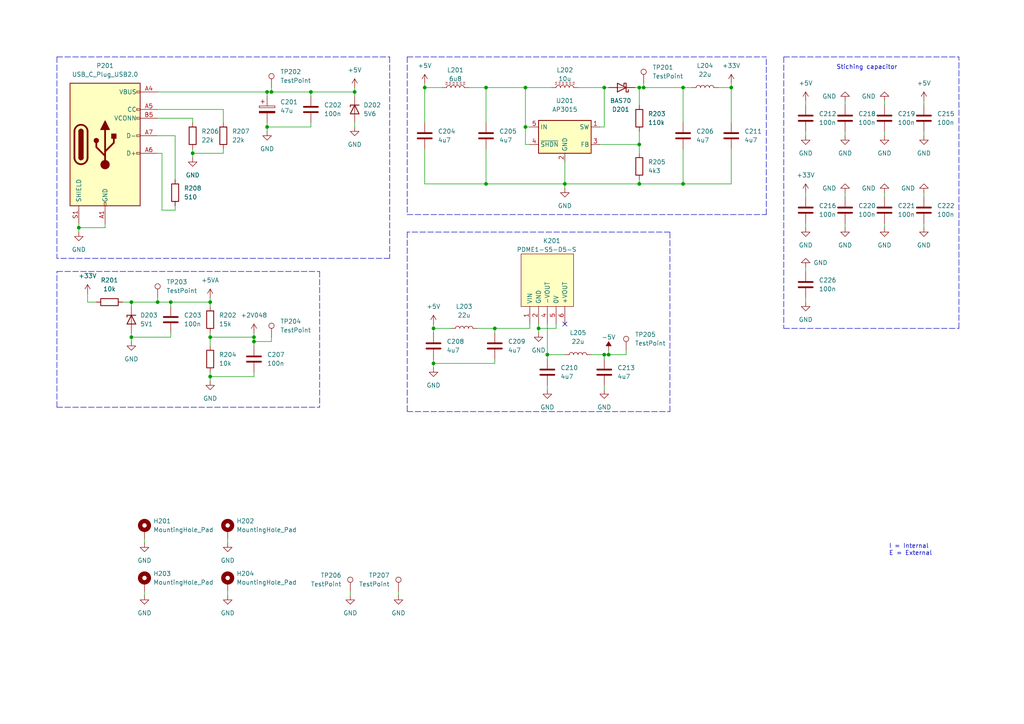
<source format=kicad_sch>
(kicad_sch (version 20211123) (generator eeschema)

  (uuid 5ec22020-9853-4196-b8fb-303db81d6a6c)

  (paper "A4")

  (lib_symbols
    (symbol "+36V_1" (power) (pin_names (offset 0)) (in_bom yes) (on_board yes)
      (property "Reference" "#PWR0102" (id 0) (at 0 -3.81 0)
        (effects (font (size 1.27 1.27)) hide)
      )
      (property "Value" "+36V_1" (id 1) (at 0 5.08 0)
        (effects (font (size 1.27 1.27)))
      )
      (property "Footprint" "" (id 2) (at 0 0 0)
        (effects (font (size 1.27 1.27)) hide)
      )
      (property "Datasheet" "" (id 3) (at 0 0 0)
        (effects (font (size 1.27 1.27)) hide)
      )
      (property "ki_keywords" "power-flag" (id 4) (at 0 0 0)
        (effects (font (size 1.27 1.27)) hide)
      )
      (property "ki_description" "Power symbol creates a global label with name \"+36V\"" (id 5) (at 0 0 0)
        (effects (font (size 1.27 1.27)) hide)
      )
      (symbol "+36V_1_0_1"
        (polyline
          (pts
            (xy -0.762 1.27)
            (xy 0 2.54)
          )
          (stroke (width 0) (type default) (color 0 0 0 0))
          (fill (type none))
        )
        (polyline
          (pts
            (xy 0 0)
            (xy 0 2.54)
          )
          (stroke (width 0) (type default) (color 0 0 0 0))
          (fill (type none))
        )
        (polyline
          (pts
            (xy 0 2.54)
            (xy 0.762 1.27)
          )
          (stroke (width 0) (type default) (color 0 0 0 0))
          (fill (type none))
        )
      )
      (symbol "+36V_1_1_1"
        (pin power_in line (at 0 0 90) (length 0) hide
          (name "+33V" (effects (font (size 1.27 1.27))))
          (number "1" (effects (font (size 1.27 1.27))))
        )
      )
    )
    (symbol "+5VA_1" (power) (pin_names (offset 0)) (in_bom yes) (on_board yes)
      (property "Reference" "#PWR0111" (id 0) (at 0 -3.81 0)
        (effects (font (size 1.27 1.27)) hide)
      )
      (property "Value" "+2V048" (id 1) (at 0 5.08 0)
        (effects (font (size 1.27 1.27)))
      )
      (property "Footprint" "" (id 2) (at 0 0 0)
        (effects (font (size 1.27 1.27)) hide)
      )
      (property "Datasheet" "" (id 3) (at 0 0 0)
        (effects (font (size 1.27 1.27)) hide)
      )
      (property "ki_keywords" "power-flag" (id 4) (at 0 0 0)
        (effects (font (size 1.27 1.27)) hide)
      )
      (property "ki_description" "Power symbol creates a global label with name \"+5VA\"" (id 5) (at 0 0 0)
        (effects (font (size 1.27 1.27)) hide)
      )
      (symbol "+5VA_1_0_1"
        (polyline
          (pts
            (xy -0.762 1.27)
            (xy 0 2.54)
          )
          (stroke (width 0) (type default) (color 0 0 0 0))
          (fill (type none))
        )
        (polyline
          (pts
            (xy 0 0)
            (xy 0 2.54)
          )
          (stroke (width 0) (type default) (color 0 0 0 0))
          (fill (type none))
        )
        (polyline
          (pts
            (xy 0 2.54)
            (xy 0.762 1.27)
          )
          (stroke (width 0) (type default) (color 0 0 0 0))
          (fill (type none))
        )
      )
      (symbol "+5VA_1_1_1"
        (pin power_in line (at 0 0 90) (length 0) hide
          (name "+2V048" (effects (font (size 1.27 1.27))))
          (number "1" (effects (font (size 1.27 1.27))))
        )
      )
    )
    (symbol "Connector:TestPoint" (pin_numbers hide) (pin_names (offset 0.762) hide) (in_bom yes) (on_board yes)
      (property "Reference" "TP" (id 0) (at 0 6.858 0)
        (effects (font (size 1.27 1.27)))
      )
      (property "Value" "TestPoint" (id 1) (at 0 5.08 0)
        (effects (font (size 1.27 1.27)))
      )
      (property "Footprint" "" (id 2) (at 5.08 0 0)
        (effects (font (size 1.27 1.27)) hide)
      )
      (property "Datasheet" "~" (id 3) (at 5.08 0 0)
        (effects (font (size 1.27 1.27)) hide)
      )
      (property "ki_keywords" "test point tp" (id 4) (at 0 0 0)
        (effects (font (size 1.27 1.27)) hide)
      )
      (property "ki_description" "test point" (id 5) (at 0 0 0)
        (effects (font (size 1.27 1.27)) hide)
      )
      (property "ki_fp_filters" "Pin* Test*" (id 6) (at 0 0 0)
        (effects (font (size 1.27 1.27)) hide)
      )
      (symbol "TestPoint_0_1"
        (circle (center 0 3.302) (radius 0.762)
          (stroke (width 0) (type default) (color 0 0 0 0))
          (fill (type none))
        )
      )
      (symbol "TestPoint_1_1"
        (pin passive line (at 0 0 90) (length 2.54)
          (name "1" (effects (font (size 1.27 1.27))))
          (number "1" (effects (font (size 1.27 1.27))))
        )
      )
    )
    (symbol "Connector:USB_C_Plug_USB2.0" (pin_names (offset 1.016)) (in_bom yes) (on_board yes)
      (property "Reference" "P201" (id 0) (at 0 22.86 0)
        (effects (font (size 1.27 1.27)))
      )
      (property "Value" "USB_C_Plug_USB2.0" (id 1) (at 0 20.32 0)
        (effects (font (size 1.27 1.27)))
      )
      (property "Footprint" "Connector_USB:USB_C_Receptacle_HRO_TYPE-C-31-M-12" (id 2) (at 3.81 0 0)
        (effects (font (size 1.27 1.27)) hide)
      )
      (property "Datasheet" "https://www.usb.org/sites/default/files/documents/usb_type-c.zip" (id 3) (at 3.81 0 0)
        (effects (font (size 1.27 1.27)) hide)
      )
      (property "Mouser" "https://www.mouser.de/ProductDetail/GCT/USB4505-03-0-A?qs=7D1LtPJG0i2BUnir3sZStA%3D%3D" (id 4) (at 0 0 0)
        (effects (font (size 1.27 1.27)) hide)
      )
      (property "Name" "USB4505-03-0-A" (id 5) (at 0 0 0)
        (effects (font (size 1.27 1.27)) hide)
      )
      (property "ki_keywords" "usb universal serial bus type-C USB2.0" (id 6) (at 0 0 0)
        (effects (font (size 1.27 1.27)) hide)
      )
      (property "ki_description" "USB 2.0-only Type-C Plug connector" (id 7) (at 0 0 0)
        (effects (font (size 1.27 1.27)) hide)
      )
      (property "ki_fp_filters" "USB*C*Plug*" (id 8) (at 0 0 0)
        (effects (font (size 1.27 1.27)) hide)
      )
      (symbol "USB_C_Plug_USB2.0_0_0"
        (rectangle (start -0.254 -17.78) (end 0.254 -16.764)
          (stroke (width 0) (type default) (color 0 0 0 0))
          (fill (type none))
        )
        (rectangle (start 10.16 -2.286) (end 9.144 -2.794)
          (stroke (width 0) (type default) (color 0 0 0 0))
          (fill (type none))
        )
        (rectangle (start 10.16 2.794) (end 9.144 2.286)
          (stroke (width 0) (type default) (color 0 0 0 0))
          (fill (type none))
        )
        (rectangle (start 10.16 7.874) (end 9.144 7.366)
          (stroke (width 0) (type default) (color 0 0 0 0))
          (fill (type none))
        )
        (rectangle (start 10.16 10.414) (end 9.144 9.906)
          (stroke (width 0) (type default) (color 0 0 0 0))
          (fill (type none))
        )
        (rectangle (start 10.16 15.494) (end 9.144 14.986)
          (stroke (width 0) (type default) (color 0 0 0 0))
          (fill (type none))
        )
      )
      (symbol "USB_C_Plug_USB2.0_0_1"
        (rectangle (start -10.16 17.78) (end 10.16 -17.78)
          (stroke (width 0.254) (type default) (color 0 0 0 0))
          (fill (type background))
        )
        (arc (start -8.89 -3.81) (mid -6.985 -5.715) (end -5.08 -3.81)
          (stroke (width 0.508) (type default) (color 0 0 0 0))
          (fill (type none))
        )
        (arc (start -7.62 -3.81) (mid -6.985 -4.445) (end -6.35 -3.81)
          (stroke (width 0.254) (type default) (color 0 0 0 0))
          (fill (type none))
        )
        (arc (start -7.62 -3.81) (mid -6.985 -4.445) (end -6.35 -3.81)
          (stroke (width 0.254) (type default) (color 0 0 0 0))
          (fill (type outline))
        )
        (rectangle (start -7.62 -3.81) (end -6.35 3.81)
          (stroke (width 0.254) (type default) (color 0 0 0 0))
          (fill (type outline))
        )
        (arc (start -6.35 3.81) (mid -6.985 4.445) (end -7.62 3.81)
          (stroke (width 0.254) (type default) (color 0 0 0 0))
          (fill (type none))
        )
        (arc (start -6.35 3.81) (mid -6.985 4.445) (end -7.62 3.81)
          (stroke (width 0.254) (type default) (color 0 0 0 0))
          (fill (type outline))
        )
        (arc (start -5.08 3.81) (mid -6.985 5.715) (end -8.89 3.81)
          (stroke (width 0.508) (type default) (color 0 0 0 0))
          (fill (type none))
        )
        (circle (center -2.54 1.143) (radius 0.635)
          (stroke (width 0.254) (type default) (color 0 0 0 0))
          (fill (type outline))
        )
        (circle (center 0 -5.842) (radius 1.27)
          (stroke (width 0) (type default) (color 0 0 0 0))
          (fill (type outline))
        )
        (polyline
          (pts
            (xy -8.89 -3.81)
            (xy -8.89 3.81)
          )
          (stroke (width 0.508) (type default) (color 0 0 0 0))
          (fill (type none))
        )
        (polyline
          (pts
            (xy -5.08 3.81)
            (xy -5.08 -3.81)
          )
          (stroke (width 0.508) (type default) (color 0 0 0 0))
          (fill (type none))
        )
        (polyline
          (pts
            (xy 0 -5.842)
            (xy 0 4.318)
          )
          (stroke (width 0.508) (type default) (color 0 0 0 0))
          (fill (type none))
        )
        (polyline
          (pts
            (xy 0 -3.302)
            (xy -2.54 -0.762)
            (xy -2.54 0.508)
          )
          (stroke (width 0.508) (type default) (color 0 0 0 0))
          (fill (type none))
        )
        (polyline
          (pts
            (xy 0 -2.032)
            (xy 2.54 0.508)
            (xy 2.54 1.778)
          )
          (stroke (width 0.508) (type default) (color 0 0 0 0))
          (fill (type none))
        )
        (polyline
          (pts
            (xy -1.27 4.318)
            (xy 0 6.858)
            (xy 1.27 4.318)
            (xy -1.27 4.318)
          )
          (stroke (width 0.254) (type default) (color 0 0 0 0))
          (fill (type outline))
        )
        (rectangle (start 1.905 1.778) (end 3.175 3.048)
          (stroke (width 0.254) (type default) (color 0 0 0 0))
          (fill (type outline))
        )
      )
      (symbol "USB_C_Plug_USB2.0_1_1"
        (pin passive line (at 0 -22.86 90) (length 5.08)
          (name "GND" (effects (font (size 1.27 1.27))))
          (number "A1" (effects (font (size 1.27 1.27))))
        )
        (pin passive line (at 0 -22.86 90) (length 5.08) hide
          (name "GND" (effects (font (size 1.27 1.27))))
          (number "A12" (effects (font (size 1.27 1.27))))
        )
        (pin passive line (at 15.24 15.24 180) (length 5.08)
          (name "VBUS" (effects (font (size 1.27 1.27))))
          (number "A4" (effects (font (size 1.27 1.27))))
        )
        (pin bidirectional line (at 15.24 10.16 180) (length 5.08)
          (name "CC" (effects (font (size 1.27 1.27))))
          (number "A5" (effects (font (size 1.27 1.27))))
        )
        (pin bidirectional line (at 15.24 -2.54 180) (length 5.08)
          (name "D+" (effects (font (size 1.27 1.27))))
          (number "A6" (effects (font (size 1.27 1.27))))
        )
        (pin bidirectional line (at 15.24 2.54 180) (length 5.08)
          (name "D-" (effects (font (size 1.27 1.27))))
          (number "A7" (effects (font (size 1.27 1.27))))
        )
        (pin passive line (at 15.24 15.24 180) (length 5.08) hide
          (name "VBUS" (effects (font (size 1.27 1.27))))
          (number "A9" (effects (font (size 1.27 1.27))))
        )
        (pin passive line (at 0 -22.86 90) (length 5.08) hide
          (name "GND" (effects (font (size 1.27 1.27))))
          (number "B1" (effects (font (size 1.27 1.27))))
        )
        (pin passive line (at 0 -22.86 90) (length 5.08) hide
          (name "GND" (effects (font (size 1.27 1.27))))
          (number "B12" (effects (font (size 1.27 1.27))))
        )
        (pin passive line (at 15.24 15.24 180) (length 5.08) hide
          (name "VBUS" (effects (font (size 1.27 1.27))))
          (number "B4" (effects (font (size 1.27 1.27))))
        )
        (pin bidirectional line (at 15.24 7.62 180) (length 5.08)
          (name "VCONN" (effects (font (size 1.27 1.27))))
          (number "B5" (effects (font (size 1.27 1.27))))
        )
        (pin passive line (at 15.24 15.24 180) (length 5.08) hide
          (name "VBUS" (effects (font (size 1.27 1.27))))
          (number "B9" (effects (font (size 1.27 1.27))))
        )
        (pin passive line (at -7.62 -22.86 90) (length 5.08)
          (name "SHIELD" (effects (font (size 1.27 1.27))))
          (number "S1" (effects (font (size 1.27 1.27))))
        )
      )
    )
    (symbol "D_Zener_1" (pin_numbers hide) (pin_names (offset 1.016) hide) (in_bom yes) (on_board yes)
      (property "Reference" "D202" (id 0) (at 2.54 1.2701 90)
        (effects (font (size 1.27 1.27)) (justify right))
      )
      (property "Value" "D_Zener_1" (id 1) (at 2.54 -1.2699 90)
        (effects (font (size 1.27 1.27)) (justify right))
      )
      (property "Footprint" "Diode_SMD:D_SOD-123" (id 2) (at 0 0 0)
        (effects (font (size 1.27 1.27)) hide)
      )
      (property "Datasheet" "https://www.mouser.de/datasheet/2/1057/BZT52-C2V4_SERIES-1865393.pdf" (id 3) (at 0 0 0)
        (effects (font (size 1.27 1.27)) hide)
      )
      (property "Mouser" "https://www.mouser.de/ProductDetail/Panjit/BZT52-C5V6_R1_00001?qs=sPbYRqrBIVnWTycHQls94w%3D%3D" (id 4) (at 0 0 0)
        (effects (font (size 1.27 1.27)) hide)
      )
      (property "Name" "BZT52-C5V6_R1_00001" (id 5) (at 0 0 0)
        (effects (font (size 1.27 1.27)) hide)
      )
      (property "ki_keywords" "diode" (id 6) (at 0 0 0)
        (effects (font (size 1.27 1.27)) hide)
      )
      (property "ki_description" "Zener diode" (id 7) (at 0 0 0)
        (effects (font (size 1.27 1.27)) hide)
      )
      (property "ki_fp_filters" "TO-???* *_Diode_* *SingleDiode* D_*" (id 8) (at 0 0 0)
        (effects (font (size 1.27 1.27)) hide)
      )
      (symbol "D_Zener_1_0_1"
        (polyline
          (pts
            (xy 1.27 0)
            (xy -1.27 0)
          )
          (stroke (width 0) (type default) (color 0 0 0 0))
          (fill (type none))
        )
        (polyline
          (pts
            (xy -1.27 -1.27)
            (xy -1.27 1.27)
            (xy -0.762 1.27)
          )
          (stroke (width 0.254) (type default) (color 0 0 0 0))
          (fill (type none))
        )
        (polyline
          (pts
            (xy 1.27 -1.27)
            (xy 1.27 1.27)
            (xy -1.27 0)
            (xy 1.27 -1.27)
          )
          (stroke (width 0.254) (type default) (color 0 0 0 0))
          (fill (type none))
        )
      )
      (symbol "D_Zener_1_1_1"
        (pin passive line (at -3.81 0 0) (length 2.54)
          (name "K" (effects (font (size 1.27 1.27))))
          (number "1" (effects (font (size 1.27 1.27))))
        )
        (pin passive line (at 3.81 0 180) (length 2.54)
          (name "A" (effects (font (size 1.27 1.27))))
          (number "2" (effects (font (size 1.27 1.27))))
        )
      )
    )
    (symbol "Device:C" (pin_numbers hide) (pin_names (offset 0.254)) (in_bom yes) (on_board yes)
      (property "Reference" "C" (id 0) (at 0.635 2.54 0)
        (effects (font (size 1.27 1.27)) (justify left))
      )
      (property "Value" "C" (id 1) (at 0.635 -2.54 0)
        (effects (font (size 1.27 1.27)) (justify left))
      )
      (property "Footprint" "" (id 2) (at 0.9652 -3.81 0)
        (effects (font (size 1.27 1.27)) hide)
      )
      (property "Datasheet" "~" (id 3) (at 0 0 0)
        (effects (font (size 1.27 1.27)) hide)
      )
      (property "ki_keywords" "cap capacitor" (id 4) (at 0 0 0)
        (effects (font (size 1.27 1.27)) hide)
      )
      (property "ki_description" "Unpolarized capacitor" (id 5) (at 0 0 0)
        (effects (font (size 1.27 1.27)) hide)
      )
      (property "ki_fp_filters" "C_*" (id 6) (at 0 0 0)
        (effects (font (size 1.27 1.27)) hide)
      )
      (symbol "C_0_1"
        (polyline
          (pts
            (xy -2.032 -0.762)
            (xy 2.032 -0.762)
          )
          (stroke (width 0.508) (type default) (color 0 0 0 0))
          (fill (type none))
        )
        (polyline
          (pts
            (xy -2.032 0.762)
            (xy 2.032 0.762)
          )
          (stroke (width 0.508) (type default) (color 0 0 0 0))
          (fill (type none))
        )
      )
      (symbol "C_1_1"
        (pin passive line (at 0 3.81 270) (length 2.794)
          (name "~" (effects (font (size 1.27 1.27))))
          (number "1" (effects (font (size 1.27 1.27))))
        )
        (pin passive line (at 0 -3.81 90) (length 2.794)
          (name "~" (effects (font (size 1.27 1.27))))
          (number "2" (effects (font (size 1.27 1.27))))
        )
      )
    )
    (symbol "Device:C_Polarized" (pin_numbers hide) (pin_names (offset 0.254)) (in_bom yes) (on_board yes)
      (property "Reference" "C201" (id 0) (at 3.81 2.1591 0)
        (effects (font (size 1.27 1.27)) (justify left))
      )
      (property "Value" "47u" (id 1) (at 3.81 -0.3809 0)
        (effects (font (size 1.27 1.27)) (justify left))
      )
      (property "Footprint" "Capacitor_SMD:CP_Elec_8x6.9" (id 2) (at 0.9652 -3.81 0)
        (effects (font (size 1.27 1.27)) hide)
      )
      (property "Datasheet" "https://www.mouser.de/datasheet/2/445/865080543009-1726610.pdf" (id 3) (at 0 0 0)
        (effects (font (size 1.27 1.27)) hide)
      )
      (property "Mouser" "https://www.mouser.de/ProductDetail/Wurth-Elektronik/865080543009?qs=0KOYDY2FL2%2F%252BYmhMLtEhDQ%3D%3D" (id 4) (at 0 0 0)
        (effects (font (size 1.27 1.27)) hide)
      )
      (property "Name" "865080543009" (id 5) (at 0 0 0)
        (effects (font (size 1.27 1.27)) hide)
      )
      (property "ki_keywords" "cap capacitor" (id 6) (at 0 0 0)
        (effects (font (size 1.27 1.27)) hide)
      )
      (property "ki_description" "Polarized capacitor" (id 7) (at 0 0 0)
        (effects (font (size 1.27 1.27)) hide)
      )
      (property "ki_fp_filters" "CP_*" (id 8) (at 0 0 0)
        (effects (font (size 1.27 1.27)) hide)
      )
      (symbol "C_Polarized_0_1"
        (rectangle (start -2.286 0.508) (end 2.286 1.016)
          (stroke (width 0) (type default) (color 0 0 0 0))
          (fill (type none))
        )
        (polyline
          (pts
            (xy -1.778 2.286)
            (xy -0.762 2.286)
          )
          (stroke (width 0) (type default) (color 0 0 0 0))
          (fill (type none))
        )
        (polyline
          (pts
            (xy -1.27 2.794)
            (xy -1.27 1.778)
          )
          (stroke (width 0) (type default) (color 0 0 0 0))
          (fill (type none))
        )
        (rectangle (start 2.286 -0.508) (end -2.286 -1.016)
          (stroke (width 0) (type default) (color 0 0 0 0))
          (fill (type outline))
        )
      )
      (symbol "C_Polarized_1_1"
        (pin passive line (at 0 3.81 270) (length 2.794)
          (name "~" (effects (font (size 1.27 1.27))))
          (number "1" (effects (font (size 1.27 1.27))))
        )
        (pin passive line (at 0 -3.81 90) (length 2.794)
          (name "~" (effects (font (size 1.27 1.27))))
          (number "2" (effects (font (size 1.27 1.27))))
        )
      )
    )
    (symbol "Device:D_Schottky" (pin_numbers hide) (pin_names (offset 1.016) hide) (in_bom yes) (on_board yes)
      (property "Reference" "D?" (id 0) (at 0.3175 6.35 0)
        (effects (font (size 1.27 1.27)))
      )
      (property "Value" "BAS70" (id 1) (at 0.3175 3.81 0)
        (effects (font (size 1.27 1.27)))
      )
      (property "Footprint" "Diode_SMD:D_SOD-323" (id 2) (at 0 0 0)
        (effects (font (size 1.27 1.27)) hide)
      )
      (property "Datasheet" "https://www.mouser.de/datasheet/2/1057/BAS70WS-1869683.pdf" (id 3) (at 0 0 0)
        (effects (font (size 1.27 1.27)) hide)
      )
      (property "Mouser" "https://www.mouser.de/ProductDetail/Panjit/BAS70WS_R1_00001?qs=sPbYRqrBIVlnQrrr%2FqT1vg%3D%3D" (id 4) (at 0 0 0)
        (effects (font (size 1.27 1.27)) hide)
      )
      (property "Name" "BAS70WS_R1_00001" (id 5) (at 0 0 0)
        (effects (font (size 1.27 1.27)) hide)
      )
      (property "ki_keywords" "diode Schottky" (id 6) (at 0 0 0)
        (effects (font (size 1.27 1.27)) hide)
      )
      (property "ki_description" "Schottky diode" (id 7) (at 0 0 0)
        (effects (font (size 1.27 1.27)) hide)
      )
      (property "ki_fp_filters" "TO-???* *_Diode_* *SingleDiode* D_*" (id 8) (at 0 0 0)
        (effects (font (size 1.27 1.27)) hide)
      )
      (symbol "D_Schottky_0_1"
        (polyline
          (pts
            (xy 1.27 0)
            (xy -1.27 0)
          )
          (stroke (width 0) (type default) (color 0 0 0 0))
          (fill (type none))
        )
        (polyline
          (pts
            (xy 1.27 1.27)
            (xy 1.27 -1.27)
            (xy -1.27 0)
            (xy 1.27 1.27)
          )
          (stroke (width 0.254) (type default) (color 0 0 0 0))
          (fill (type none))
        )
        (polyline
          (pts
            (xy -1.905 0.635)
            (xy -1.905 1.27)
            (xy -1.27 1.27)
            (xy -1.27 -1.27)
            (xy -0.635 -1.27)
            (xy -0.635 -0.635)
          )
          (stroke (width 0.254) (type default) (color 0 0 0 0))
          (fill (type none))
        )
      )
      (symbol "D_Schottky_1_1"
        (pin passive line (at -3.81 0 0) (length 2.54)
          (name "K" (effects (font (size 1.27 1.27))))
          (number "1" (effects (font (size 1.27 1.27))))
        )
        (pin passive line (at 3.81 0 180) (length 2.54)
          (name "A" (effects (font (size 1.27 1.27))))
          (number "2" (effects (font (size 1.27 1.27))))
        )
      )
    )
    (symbol "Device:D_Zener" (pin_numbers hide) (pin_names (offset 1.016) hide) (in_bom yes) (on_board yes)
      (property "Reference" "D203" (id 0) (at 2.54 1.2701 90)
        (effects (font (size 1.27 1.27)) (justify right))
      )
      (property "Value" "5V1" (id 1) (at 2.54 -1.2699 90)
        (effects (font (size 1.27 1.27)) (justify right))
      )
      (property "Footprint" "Diode_SMD:D_SOD-123" (id 2) (at 0 0 0)
        (effects (font (size 1.27 1.27)) hide)
      )
      (property "Datasheet" "https://www.mouser.de/datasheet/2/916/BZT52H_Q_SER-2721682.pdf" (id 3) (at 0 0 0)
        (effects (font (size 1.27 1.27)) hide)
      )
      (property "Mouser" "https://www.mouser.de/ProductDetail/Nexperia/BZT52H-A5V1-QX?qs=A6eO%252BMLsxmQ5LDGznAgzlw%3D%3D" (id 4) (at 0 0 0)
        (effects (font (size 1.27 1.27)) hide)
      )
      (property "Name" "BZT52H-A5V1-QX" (id 5) (at 0 0 0)
        (effects (font (size 1.27 1.27)) hide)
      )
      (property "ki_keywords" "diode" (id 6) (at 0 0 0)
        (effects (font (size 1.27 1.27)) hide)
      )
      (property "ki_description" "Zener diode" (id 7) (at 0 0 0)
        (effects (font (size 1.27 1.27)) hide)
      )
      (property "ki_fp_filters" "TO-???* *_Diode_* *SingleDiode* D_*" (id 8) (at 0 0 0)
        (effects (font (size 1.27 1.27)) hide)
      )
      (symbol "D_Zener_0_1"
        (polyline
          (pts
            (xy 1.27 0)
            (xy -1.27 0)
          )
          (stroke (width 0) (type default) (color 0 0 0 0))
          (fill (type none))
        )
        (polyline
          (pts
            (xy -1.27 -1.27)
            (xy -1.27 1.27)
            (xy -0.762 1.27)
          )
          (stroke (width 0.254) (type default) (color 0 0 0 0))
          (fill (type none))
        )
        (polyline
          (pts
            (xy 1.27 -1.27)
            (xy 1.27 1.27)
            (xy -1.27 0)
            (xy 1.27 -1.27)
          )
          (stroke (width 0.254) (type default) (color 0 0 0 0))
          (fill (type none))
        )
      )
      (symbol "D_Zener_1_1"
        (pin passive line (at -3.81 0 0) (length 2.54)
          (name "K" (effects (font (size 1.27 1.27))))
          (number "1" (effects (font (size 1.27 1.27))))
        )
        (pin passive line (at 3.81 0 180) (length 2.54)
          (name "A" (effects (font (size 1.27 1.27))))
          (number "2" (effects (font (size 1.27 1.27))))
        )
      )
    )
    (symbol "Device:L" (pin_numbers hide) (pin_names (offset 1.016) hide) (in_bom yes) (on_board yes)
      (property "Reference" "L" (id 0) (at -1.27 0 90)
        (effects (font (size 1.27 1.27)))
      )
      (property "Value" "L" (id 1) (at 1.905 0 90)
        (effects (font (size 1.27 1.27)))
      )
      (property "Footprint" "" (id 2) (at 0 0 0)
        (effects (font (size 1.27 1.27)) hide)
      )
      (property "Datasheet" "~" (id 3) (at 0 0 0)
        (effects (font (size 1.27 1.27)) hide)
      )
      (property "ki_keywords" "inductor choke coil reactor magnetic" (id 4) (at 0 0 0)
        (effects (font (size 1.27 1.27)) hide)
      )
      (property "ki_description" "Inductor" (id 5) (at 0 0 0)
        (effects (font (size 1.27 1.27)) hide)
      )
      (property "ki_fp_filters" "Choke_* *Coil* Inductor_* L_*" (id 6) (at 0 0 0)
        (effects (font (size 1.27 1.27)) hide)
      )
      (symbol "L_0_1"
        (arc (start 0 -2.54) (mid 0.635 -1.905) (end 0 -1.27)
          (stroke (width 0) (type default) (color 0 0 0 0))
          (fill (type none))
        )
        (arc (start 0 -1.27) (mid 0.635 -0.635) (end 0 0)
          (stroke (width 0) (type default) (color 0 0 0 0))
          (fill (type none))
        )
        (arc (start 0 0) (mid 0.635 0.635) (end 0 1.27)
          (stroke (width 0) (type default) (color 0 0 0 0))
          (fill (type none))
        )
        (arc (start 0 1.27) (mid 0.635 1.905) (end 0 2.54)
          (stroke (width 0) (type default) (color 0 0 0 0))
          (fill (type none))
        )
      )
      (symbol "L_1_1"
        (pin passive line (at 0 3.81 270) (length 1.27)
          (name "1" (effects (font (size 1.27 1.27))))
          (number "1" (effects (font (size 1.27 1.27))))
        )
        (pin passive line (at 0 -3.81 90) (length 1.27)
          (name "2" (effects (font (size 1.27 1.27))))
          (number "2" (effects (font (size 1.27 1.27))))
        )
      )
    )
    (symbol "Device:R" (pin_numbers hide) (pin_names (offset 0)) (in_bom yes) (on_board yes)
      (property "Reference" "R" (id 0) (at 2.032 0 90)
        (effects (font (size 1.27 1.27)))
      )
      (property "Value" "R" (id 1) (at 0 0 90)
        (effects (font (size 1.27 1.27)))
      )
      (property "Footprint" "" (id 2) (at -1.778 0 90)
        (effects (font (size 1.27 1.27)) hide)
      )
      (property "Datasheet" "~" (id 3) (at 0 0 0)
        (effects (font (size 1.27 1.27)) hide)
      )
      (property "ki_keywords" "R res resistor" (id 4) (at 0 0 0)
        (effects (font (size 1.27 1.27)) hide)
      )
      (property "ki_description" "Resistor" (id 5) (at 0 0 0)
        (effects (font (size 1.27 1.27)) hide)
      )
      (property "ki_fp_filters" "R_*" (id 6) (at 0 0 0)
        (effects (font (size 1.27 1.27)) hide)
      )
      (symbol "R_0_1"
        (rectangle (start -1.016 -2.54) (end 1.016 2.54)
          (stroke (width 0.254) (type default) (color 0 0 0 0))
          (fill (type none))
        )
      )
      (symbol "R_1_1"
        (pin passive line (at 0 3.81 270) (length 1.27)
          (name "~" (effects (font (size 1.27 1.27))))
          (number "1" (effects (font (size 1.27 1.27))))
        )
        (pin passive line (at 0 -3.81 90) (length 1.27)
          (name "~" (effects (font (size 1.27 1.27))))
          (number "2" (effects (font (size 1.27 1.27))))
        )
      )
    )
    (symbol "L_Ferrite_1" (pin_numbers hide) (pin_names (offset 1.016) hide) (in_bom yes) (on_board yes)
      (property "Reference" "L?" (id 0) (at 0 6.4116 90)
        (effects (font (size 1.27 1.27)))
      )
      (property "Value" "L_Ferrite_1" (id 1) (at 0 3.8716 90)
        (effects (font (size 1.27 1.27)))
      )
      (property "Footprint" "Inductor_SMD:L_Bourns-SRN4018" (id 2) (at 0 0 0)
        (effects (font (size 1.27 1.27)) hide)
      )
      (property "Datasheet" "https://www.mouser.de/datasheet/2/54/bourns_07312017_SRR3818A-1159322.pdf" (id 3) (at 0 0 0)
        (effects (font (size 1.27 1.27)) hide)
      )
      (property "Mouser" "https://www.mouser.de/ProductDetail/Bourns/SRR3818A-100M?qs=EU6FO9ffTwcbuDhFQDC7Pg%3D%3D" (id 4) (at 0 0 0)
        (effects (font (size 1.27 1.27)) hide)
      )
      (property "Name" "SRR3818A-100M" (id 5) (at 0 0 0)
        (effects (font (size 1.27 1.27)) hide)
      )
      (property "ki_keywords" "inductor choke coil reactor magnetic" (id 6) (at 0 0 0)
        (effects (font (size 1.27 1.27)) hide)
      )
      (property "ki_description" "Inductor with ferrite core" (id 7) (at 0 0 0)
        (effects (font (size 1.27 1.27)) hide)
      )
      (property "ki_fp_filters" "Choke_* *Coil* Inductor_* L_*" (id 8) (at 0 0 0)
        (effects (font (size 1.27 1.27)) hide)
      )
      (symbol "L_Ferrite_1_0_1"
        (arc (start 0 -2.54) (mid 0.635 -1.905) (end 0 -1.27)
          (stroke (width 0) (type default) (color 0 0 0 0))
          (fill (type none))
        )
        (arc (start 0 -1.27) (mid 0.635 -0.635) (end 0 0)
          (stroke (width 0) (type default) (color 0 0 0 0))
          (fill (type none))
        )
        (polyline
          (pts
            (xy 1.016 -2.794)
            (xy 1.016 -2.286)
          )
          (stroke (width 0) (type default) (color 0 0 0 0))
          (fill (type none))
        )
        (polyline
          (pts
            (xy 1.016 -1.778)
            (xy 1.016 -1.27)
          )
          (stroke (width 0) (type default) (color 0 0 0 0))
          (fill (type none))
        )
        (polyline
          (pts
            (xy 1.016 -0.762)
            (xy 1.016 -0.254)
          )
          (stroke (width 0) (type default) (color 0 0 0 0))
          (fill (type none))
        )
        (polyline
          (pts
            (xy 1.016 0.254)
            (xy 1.016 0.762)
          )
          (stroke (width 0) (type default) (color 0 0 0 0))
          (fill (type none))
        )
        (polyline
          (pts
            (xy 1.016 1.27)
            (xy 1.016 1.778)
          )
          (stroke (width 0) (type default) (color 0 0 0 0))
          (fill (type none))
        )
        (polyline
          (pts
            (xy 1.016 2.286)
            (xy 1.016 2.794)
          )
          (stroke (width 0) (type default) (color 0 0 0 0))
          (fill (type none))
        )
        (polyline
          (pts
            (xy 1.524 -2.286)
            (xy 1.524 -2.794)
          )
          (stroke (width 0) (type default) (color 0 0 0 0))
          (fill (type none))
        )
        (polyline
          (pts
            (xy 1.524 -1.27)
            (xy 1.524 -1.778)
          )
          (stroke (width 0) (type default) (color 0 0 0 0))
          (fill (type none))
        )
        (polyline
          (pts
            (xy 1.524 -0.254)
            (xy 1.524 -0.762)
          )
          (stroke (width 0) (type default) (color 0 0 0 0))
          (fill (type none))
        )
        (polyline
          (pts
            (xy 1.524 0.762)
            (xy 1.524 0.254)
          )
          (stroke (width 0) (type default) (color 0 0 0 0))
          (fill (type none))
        )
        (polyline
          (pts
            (xy 1.524 1.778)
            (xy 1.524 1.27)
          )
          (stroke (width 0) (type default) (color 0 0 0 0))
          (fill (type none))
        )
        (polyline
          (pts
            (xy 1.524 2.794)
            (xy 1.524 2.286)
          )
          (stroke (width 0) (type default) (color 0 0 0 0))
          (fill (type none))
        )
        (arc (start 0 0) (mid 0.635 0.635) (end 0 1.27)
          (stroke (width 0) (type default) (color 0 0 0 0))
          (fill (type none))
        )
        (arc (start 0 1.27) (mid 0.635 1.905) (end 0 2.54)
          (stroke (width 0) (type default) (color 0 0 0 0))
          (fill (type none))
        )
      )
      (symbol "L_Ferrite_1_1_1"
        (pin passive line (at 0 3.81 270) (length 1.27)
          (name "1" (effects (font (size 1.27 1.27))))
          (number "1" (effects (font (size 1.27 1.27))))
        )
        (pin passive line (at 0 -3.81 90) (length 1.27)
          (name "2" (effects (font (size 1.27 1.27))))
          (number "2" (effects (font (size 1.27 1.27))))
        )
      )
    )
    (symbol "L_Ferrite_2" (pin_numbers hide) (pin_names (offset 1.016) hide) (in_bom yes) (on_board yes)
      (property "Reference" "L201" (id 0) (at 0 5.08 90)
        (effects (font (size 1.27 1.27)))
      )
      (property "Value" "L_Ferrite_2" (id 1) (at 0 2.54 90)
        (effects (font (size 1.27 1.27)))
      )
      (property "Footprint" "Inductor_SMD:L_Bourns-SRN4018" (id 2) (at 0 0 0)
        (effects (font (size 1.27 1.27)) hide)
      )
      (property "Datasheet" "https://www.mouser.de/datasheet/2/54/srn2009t-1391353.pdf" (id 3) (at 0 0 0)
        (effects (font (size 1.27 1.27)) hide)
      )
      (property "Mouser" "https://www.mouser.de/ProductDetail/Bourns/SRN2009T-6R8M?qs=xhbEVWpZdWcG5tYVKBdMbQ%3D%3D" (id 4) (at 0 0 0)
        (effects (font (size 1.27 1.27)) hide)
      )
      (property "Name" "SRN2009T-6R8M" (id 5) (at 0 0 0)
        (effects (font (size 1.27 1.27)) hide)
      )
      (property "ki_keywords" "inductor choke coil reactor magnetic" (id 6) (at 0 0 0)
        (effects (font (size 1.27 1.27)) hide)
      )
      (property "ki_description" "Inductor with ferrite core" (id 7) (at 0 0 0)
        (effects (font (size 1.27 1.27)) hide)
      )
      (property "ki_fp_filters" "Choke_* *Coil* Inductor_* L_*" (id 8) (at 0 0 0)
        (effects (font (size 1.27 1.27)) hide)
      )
      (symbol "L_Ferrite_2_0_1"
        (arc (start 0 -2.54) (mid 0.635 -1.905) (end 0 -1.27)
          (stroke (width 0) (type default) (color 0 0 0 0))
          (fill (type none))
        )
        (arc (start 0 -1.27) (mid 0.635 -0.635) (end 0 0)
          (stroke (width 0) (type default) (color 0 0 0 0))
          (fill (type none))
        )
        (polyline
          (pts
            (xy 1.016 -2.794)
            (xy 1.016 -2.286)
          )
          (stroke (width 0) (type default) (color 0 0 0 0))
          (fill (type none))
        )
        (polyline
          (pts
            (xy 1.016 -1.778)
            (xy 1.016 -1.27)
          )
          (stroke (width 0) (type default) (color 0 0 0 0))
          (fill (type none))
        )
        (polyline
          (pts
            (xy 1.016 -0.762)
            (xy 1.016 -0.254)
          )
          (stroke (width 0) (type default) (color 0 0 0 0))
          (fill (type none))
        )
        (polyline
          (pts
            (xy 1.016 0.254)
            (xy 1.016 0.762)
          )
          (stroke (width 0) (type default) (color 0 0 0 0))
          (fill (type none))
        )
        (polyline
          (pts
            (xy 1.016 1.27)
            (xy 1.016 1.778)
          )
          (stroke (width 0) (type default) (color 0 0 0 0))
          (fill (type none))
        )
        (polyline
          (pts
            (xy 1.016 2.286)
            (xy 1.016 2.794)
          )
          (stroke (width 0) (type default) (color 0 0 0 0))
          (fill (type none))
        )
        (polyline
          (pts
            (xy 1.524 -2.286)
            (xy 1.524 -2.794)
          )
          (stroke (width 0) (type default) (color 0 0 0 0))
          (fill (type none))
        )
        (polyline
          (pts
            (xy 1.524 -1.27)
            (xy 1.524 -1.778)
          )
          (stroke (width 0) (type default) (color 0 0 0 0))
          (fill (type none))
        )
        (polyline
          (pts
            (xy 1.524 -0.254)
            (xy 1.524 -0.762)
          )
          (stroke (width 0) (type default) (color 0 0 0 0))
          (fill (type none))
        )
        (polyline
          (pts
            (xy 1.524 0.762)
            (xy 1.524 0.254)
          )
          (stroke (width 0) (type default) (color 0 0 0 0))
          (fill (type none))
        )
        (polyline
          (pts
            (xy 1.524 1.778)
            (xy 1.524 1.27)
          )
          (stroke (width 0) (type default) (color 0 0 0 0))
          (fill (type none))
        )
        (polyline
          (pts
            (xy 1.524 2.794)
            (xy 1.524 2.286)
          )
          (stroke (width 0) (type default) (color 0 0 0 0))
          (fill (type none))
        )
        (arc (start 0 0) (mid 0.635 0.635) (end 0 1.27)
          (stroke (width 0) (type default) (color 0 0 0 0))
          (fill (type none))
        )
        (arc (start 0 1.27) (mid 0.635 1.905) (end 0 2.54)
          (stroke (width 0) (type default) (color 0 0 0 0))
          (fill (type none))
        )
      )
      (symbol "L_Ferrite_2_1_1"
        (pin passive line (at 0 3.81 270) (length 1.27)
          (name "1" (effects (font (size 1.27 1.27))))
          (number "1" (effects (font (size 1.27 1.27))))
        )
        (pin passive line (at 0 -3.81 90) (length 1.27)
          (name "2" (effects (font (size 1.27 1.27))))
          (number "2" (effects (font (size 1.27 1.27))))
        )
      )
    )
    (symbol "Mechanical:MountingHole_Pad" (pin_numbers hide) (pin_names (offset 1.016) hide) (in_bom yes) (on_board yes)
      (property "Reference" "H" (id 0) (at 0 6.35 0)
        (effects (font (size 1.27 1.27)))
      )
      (property "Value" "MountingHole_Pad" (id 1) (at 0 4.445 0)
        (effects (font (size 1.27 1.27)))
      )
      (property "Footprint" "" (id 2) (at 0 0 0)
        (effects (font (size 1.27 1.27)) hide)
      )
      (property "Datasheet" "~" (id 3) (at 0 0 0)
        (effects (font (size 1.27 1.27)) hide)
      )
      (property "ki_keywords" "mounting hole" (id 4) (at 0 0 0)
        (effects (font (size 1.27 1.27)) hide)
      )
      (property "ki_description" "Mounting Hole with connection" (id 5) (at 0 0 0)
        (effects (font (size 1.27 1.27)) hide)
      )
      (property "ki_fp_filters" "MountingHole*Pad*" (id 6) (at 0 0 0)
        (effects (font (size 1.27 1.27)) hide)
      )
      (symbol "MountingHole_Pad_0_1"
        (circle (center 0 1.27) (radius 1.27)
          (stroke (width 1.27) (type default) (color 0 0 0 0))
          (fill (type none))
        )
      )
      (symbol "MountingHole_Pad_1_1"
        (pin input line (at 0 -2.54 90) (length 2.54)
          (name "1" (effects (font (size 1.27 1.27))))
          (number "1" (effects (font (size 1.27 1.27))))
        )
      )
    )
    (symbol "PDME1-S5-D5-S:PDME1-S5-D5-S" (pin_names (offset 0.762)) (in_bom yes) (on_board yes)
      (property "Reference" "K?" (id 0) (at 13.97 13.9701 90)
        (effects (font (size 1.27 1.27)) (justify right))
      )
      (property "Value" "PDME1-S5-D5-S" (id 1) (at 13.97 11.4301 90)
        (effects (font (size 1.27 1.27)) (justify right))
      )
      (property "Footprint" "PDME1S5D5S" (id 2) (at -2.54 21.59 0)
        (effects (font (size 1.27 1.27)) (justify left) hide)
      )
      (property "Datasheet" "https://www.cui.com/product/resource/pdme1-s.pdf" (id 3) (at 0 21.59 0)
        (effects (font (size 1.27 1.27)) (justify left) hide)
      )
      (property "Description" "Isolated DC/DC Converters dc-dc isolated, 1 W, 4.5 5.5 Vdc input, +/-5 Vdc, +/-0.1 A, dual unregulated output, SIP" (id 4) (at 2.54 21.59 0)
        (effects (font (size 1.27 1.27)) (justify left) hide)
      )
      (property "Height" "10.41" (id 5) (at 5.08 21.59 0)
        (effects (font (size 1.27 1.27)) (justify left) hide)
      )
      (property "Mouser Part Number" "490-PDME1-S5-D5-S" (id 6) (at 7.62 21.59 0)
        (effects (font (size 1.27 1.27)) (justify left) hide)
      )
      (property "Mouser Price/Stock" "https://www.mouser.co.uk/ProductDetail/CUI-Inc/PDME1-S5-D5-S?qs=T3oQrply3y%252BHTP9pjD61Jg%3D%3D" (id 7) (at 10.16 21.59 0)
        (effects (font (size 1.27 1.27)) (justify left) hide)
      )
      (property "Manufacturer_Name" "CUI Inc." (id 8) (at 12.7 21.59 0)
        (effects (font (size 1.27 1.27)) (justify left) hide)
      )
      (property "Manufacturer_Part_Number" "PDME1-S5-D5-S" (id 9) (at 15.24 21.59 0)
        (effects (font (size 1.27 1.27)) (justify left) hide)
      )
      (property "ki_description" "Isolated DC/DC Converters dc-dc isolated, 1 W, 4.5 5.5 Vdc input, +/-5 Vdc, +/-0.1 A, dual unregulated output, SIP" (id 10) (at 0 0 0)
        (effects (font (size 1.27 1.27)) hide)
      )
      (symbol "PDME1-S5-D5-S_0_0"
        (pin passive line (at 0 0 0) (length 5.08)
          (name "VIN" (effects (font (size 1.27 1.27))))
          (number "1" (effects (font (size 1.27 1.27))))
        )
        (pin passive line (at 0 -2.54 0) (length 5.08)
          (name "GND" (effects (font (size 1.27 1.27))))
          (number "2" (effects (font (size 1.27 1.27))))
        )
        (pin passive line (at 0 -5.08 0) (length 5.08)
          (name "-VOUT" (effects (font (size 1.27 1.27))))
          (number "4" (effects (font (size 1.27 1.27))))
        )
        (pin passive line (at 0 -7.62 0) (length 5.08)
          (name "0V" (effects (font (size 1.27 1.27))))
          (number "5" (effects (font (size 1.27 1.27))))
        )
        (pin passive line (at 0 -10.16 0) (length 5.08)
          (name "+VOUT" (effects (font (size 1.27 1.27))))
          (number "6" (effects (font (size 1.27 1.27))))
        )
      )
      (symbol "PDME1-S5-D5-S_0_1"
        (polyline
          (pts
            (xy 5.08 2.54)
            (xy 20.32 2.54)
            (xy 20.32 -12.7)
            (xy 5.08 -12.7)
            (xy 5.08 2.54)
          )
          (stroke (width 0.1524) (type default) (color 0 0 0 0))
          (fill (type background))
        )
      )
    )
    (symbol "Regulator_Switching:AP3012" (in_bom yes) (on_board yes)
      (property "Reference" "U" (id 0) (at -7.62 5.715 0)
        (effects (font (size 1.27 1.27)) (justify left))
      )
      (property "Value" "AP3012" (id 1) (at 0 5.715 0)
        (effects (font (size 1.27 1.27)) (justify left))
      )
      (property "Footprint" "Package_TO_SOT_SMD:SOT-23-5" (id 2) (at 0.635 -6.35 0)
        (effects (font (size 1.27 1.27) italic) (justify left) hide)
      )
      (property "Datasheet" "https://www.diodes.com/assets/Datasheets/AP3012.pdf" (id 3) (at 0 0 0)
        (effects (font (size 1.27 1.27)) hide)
      )
      (property "ki_keywords" "Step-Up Boost Voltage Regulator" (id 4) (at 0 0 0)
        (effects (font (size 1.27 1.27)) hide)
      )
      (property "ki_description" "500mA, Adjustable Step-Up Voltage Regulator, 1.5MHz Frequency, SOT-23-5" (id 5) (at 0 0 0)
        (effects (font (size 1.27 1.27)) hide)
      )
      (property "ki_fp_filters" "SOT?23*" (id 6) (at 0 0 0)
        (effects (font (size 1.27 1.27)) hide)
      )
      (symbol "AP3012_0_1"
        (rectangle (start -7.62 4.445) (end 7.62 -5.08)
          (stroke (width 0.254) (type default) (color 0 0 0 0))
          (fill (type background))
        )
      )
      (symbol "AP3012_1_1"
        (pin passive line (at 10.16 2.54 180) (length 2.54)
          (name "SW" (effects (font (size 1.27 1.27))))
          (number "1" (effects (font (size 1.27 1.27))))
        )
        (pin power_in line (at 0 -7.62 90) (length 2.54)
          (name "GND" (effects (font (size 1.27 1.27))))
          (number "2" (effects (font (size 1.27 1.27))))
        )
        (pin input line (at 10.16 -2.54 180) (length 2.54)
          (name "FB" (effects (font (size 1.27 1.27))))
          (number "3" (effects (font (size 1.27 1.27))))
        )
        (pin input line (at -10.16 -2.54 0) (length 2.54)
          (name "~{SHDN}" (effects (font (size 1.27 1.27))))
          (number "4" (effects (font (size 1.27 1.27))))
        )
        (pin power_in line (at -10.16 2.54 0) (length 2.54)
          (name "IN" (effects (font (size 1.27 1.27))))
          (number "5" (effects (font (size 1.27 1.27))))
        )
      )
    )
    (symbol "power:+5V" (power) (pin_names (offset 0)) (in_bom yes) (on_board yes)
      (property "Reference" "#PWR" (id 0) (at 0 -3.81 0)
        (effects (font (size 1.27 1.27)) hide)
      )
      (property "Value" "+5V" (id 1) (at 0 3.556 0)
        (effects (font (size 1.27 1.27)))
      )
      (property "Footprint" "" (id 2) (at 0 0 0)
        (effects (font (size 1.27 1.27)) hide)
      )
      (property "Datasheet" "" (id 3) (at 0 0 0)
        (effects (font (size 1.27 1.27)) hide)
      )
      (property "ki_keywords" "power-flag" (id 4) (at 0 0 0)
        (effects (font (size 1.27 1.27)) hide)
      )
      (property "ki_description" "Power symbol creates a global label with name \"+5V\"" (id 5) (at 0 0 0)
        (effects (font (size 1.27 1.27)) hide)
      )
      (symbol "+5V_0_1"
        (polyline
          (pts
            (xy -0.762 1.27)
            (xy 0 2.54)
          )
          (stroke (width 0) (type default) (color 0 0 0 0))
          (fill (type none))
        )
        (polyline
          (pts
            (xy 0 0)
            (xy 0 2.54)
          )
          (stroke (width 0) (type default) (color 0 0 0 0))
          (fill (type none))
        )
        (polyline
          (pts
            (xy 0 2.54)
            (xy 0.762 1.27)
          )
          (stroke (width 0) (type default) (color 0 0 0 0))
          (fill (type none))
        )
      )
      (symbol "+5V_1_1"
        (pin power_in line (at 0 0 90) (length 0) hide
          (name "+5V" (effects (font (size 1.27 1.27))))
          (number "1" (effects (font (size 1.27 1.27))))
        )
      )
    )
    (symbol "power:+5VA" (power) (pin_names (offset 0)) (in_bom yes) (on_board yes)
      (property "Reference" "#PWR" (id 0) (at 0 -3.81 0)
        (effects (font (size 1.27 1.27)) hide)
      )
      (property "Value" "+5VA" (id 1) (at 0 3.556 0)
        (effects (font (size 1.27 1.27)))
      )
      (property "Footprint" "" (id 2) (at 0 0 0)
        (effects (font (size 1.27 1.27)) hide)
      )
      (property "Datasheet" "" (id 3) (at 0 0 0)
        (effects (font (size 1.27 1.27)) hide)
      )
      (property "ki_keywords" "power-flag" (id 4) (at 0 0 0)
        (effects (font (size 1.27 1.27)) hide)
      )
      (property "ki_description" "Power symbol creates a global label with name \"+5VA\"" (id 5) (at 0 0 0)
        (effects (font (size 1.27 1.27)) hide)
      )
      (symbol "+5VA_0_1"
        (polyline
          (pts
            (xy -0.762 1.27)
            (xy 0 2.54)
          )
          (stroke (width 0) (type default) (color 0 0 0 0))
          (fill (type none))
        )
        (polyline
          (pts
            (xy 0 0)
            (xy 0 2.54)
          )
          (stroke (width 0) (type default) (color 0 0 0 0))
          (fill (type none))
        )
        (polyline
          (pts
            (xy 0 2.54)
            (xy 0.762 1.27)
          )
          (stroke (width 0) (type default) (color 0 0 0 0))
          (fill (type none))
        )
      )
      (symbol "+5VA_1_1"
        (pin power_in line (at 0 0 90) (length 0) hide
          (name "+5VA" (effects (font (size 1.27 1.27))))
          (number "1" (effects (font (size 1.27 1.27))))
        )
      )
    )
    (symbol "power:-5V" (power) (pin_names (offset 0)) (in_bom yes) (on_board yes)
      (property "Reference" "#PWR" (id 0) (at 0 2.54 0)
        (effects (font (size 1.27 1.27)) hide)
      )
      (property "Value" "-5V" (id 1) (at 0 3.81 0)
        (effects (font (size 1.27 1.27)))
      )
      (property "Footprint" "" (id 2) (at 0 0 0)
        (effects (font (size 1.27 1.27)) hide)
      )
      (property "Datasheet" "" (id 3) (at 0 0 0)
        (effects (font (size 1.27 1.27)) hide)
      )
      (property "ki_keywords" "power-flag" (id 4) (at 0 0 0)
        (effects (font (size 1.27 1.27)) hide)
      )
      (property "ki_description" "Power symbol creates a global label with name \"-5V\"" (id 5) (at 0 0 0)
        (effects (font (size 1.27 1.27)) hide)
      )
      (symbol "-5V_0_0"
        (pin power_in line (at 0 0 90) (length 0) hide
          (name "-5V" (effects (font (size 1.27 1.27))))
          (number "1" (effects (font (size 1.27 1.27))))
        )
      )
      (symbol "-5V_0_1"
        (polyline
          (pts
            (xy 0 0)
            (xy 0 1.27)
            (xy 0.762 1.27)
            (xy 0 2.54)
            (xy -0.762 1.27)
            (xy 0 1.27)
          )
          (stroke (width 0) (type default) (color 0 0 0 0))
          (fill (type outline))
        )
      )
    )
    (symbol "power:GND" (power) (pin_names (offset 0)) (in_bom yes) (on_board yes)
      (property "Reference" "#PWR" (id 0) (at 0 -6.35 0)
        (effects (font (size 1.27 1.27)) hide)
      )
      (property "Value" "GND" (id 1) (at 0 -3.81 0)
        (effects (font (size 1.27 1.27)))
      )
      (property "Footprint" "" (id 2) (at 0 0 0)
        (effects (font (size 1.27 1.27)) hide)
      )
      (property "Datasheet" "" (id 3) (at 0 0 0)
        (effects (font (size 1.27 1.27)) hide)
      )
      (property "ki_keywords" "power-flag" (id 4) (at 0 0 0)
        (effects (font (size 1.27 1.27)) hide)
      )
      (property "ki_description" "Power symbol creates a global label with name \"GND\" , ground" (id 5) (at 0 0 0)
        (effects (font (size 1.27 1.27)) hide)
      )
      (symbol "GND_0_1"
        (polyline
          (pts
            (xy 0 0)
            (xy 0 -1.27)
            (xy 1.27 -1.27)
            (xy 0 -2.54)
            (xy -1.27 -1.27)
            (xy 0 -1.27)
          )
          (stroke (width 0) (type default) (color 0 0 0 0))
          (fill (type none))
        )
      )
      (symbol "GND_1_1"
        (pin power_in line (at 0 0 270) (length 0) hide
          (name "GND" (effects (font (size 1.27 1.27))))
          (number "1" (effects (font (size 1.27 1.27))))
        )
      )
    )
  )

  (junction (at 38.1 87.63) (diameter 0) (color 0 0 0 0)
    (uuid 0b8cbb3a-d5a8-4482-8bb4-177fa0304e63)
  )
  (junction (at 175.26 102.87) (diameter 0) (color 0 0 0 0)
    (uuid 12c51bad-7064-46eb-855a-8ef54a1580f1)
  )
  (junction (at 212.09 25.4) (diameter 0) (color 0 0 0 0)
    (uuid 189e2a3f-b681-4e35-9f39-9c1be61006fd)
  )
  (junction (at 185.42 53.34) (diameter 0) (color 0 0 0 0)
    (uuid 1da513a7-5da4-42fc-84fe-13eb4caa837a)
  )
  (junction (at 90.17 26.67) (diameter 0) (color 0 0 0 0)
    (uuid 25cbda48-43e4-4ae2-991f-0158e1a34862)
  )
  (junction (at 158.75 102.87) (diameter 0) (color 0 0 0 0)
    (uuid 3cca9d0e-6427-435f-a2dd-c3bba75d5ee4)
  )
  (junction (at 143.51 95.25) (diameter 0) (color 0 0 0 0)
    (uuid 3cf66ad8-21c6-4b1d-9303-2d29be6c2e64)
  )
  (junction (at 198.12 25.4) (diameter 0) (color 0 0 0 0)
    (uuid 3ddd7639-9d16-4316-9a50-a14007e54f99)
  )
  (junction (at 38.1 97.79) (diameter 0) (color 0 0 0 0)
    (uuid 3f08084c-e9f6-4f62-a7c4-3fb1ad809753)
  )
  (junction (at 45.72 87.63) (diameter 0) (color 0 0 0 0)
    (uuid 4d3262c7-b9f4-4e77-9d75-a643a912f8c4)
  )
  (junction (at 49.53 87.63) (diameter 0) (color 0 0 0 0)
    (uuid 5e3873e4-ac28-462d-a299-d6bb004ec034)
  )
  (junction (at 186.69 25.4) (diameter 0) (color 0 0 0 0)
    (uuid 6388a108-5757-4e7d-a97b-6b6643b8a97f)
  )
  (junction (at 152.4 36.83) (diameter 0) (color 0 0 0 0)
    (uuid 6e256dc0-43c6-40fa-869c-3bcc22e942fd)
  )
  (junction (at 140.97 25.4) (diameter 0) (color 0 0 0 0)
    (uuid 702535a6-4bab-432b-8545-50d4d66193ef)
  )
  (junction (at 73.66 97.79) (diameter 0) (color 0 0 0 0)
    (uuid 7ab8d29a-e869-4ac9-a91d-e1d5b3f5b361)
  )
  (junction (at 60.96 109.22) (diameter 0) (color 0 0 0 0)
    (uuid 7e72382f-cdaf-401d-8726-1c9ffa7bf7d3)
  )
  (junction (at 198.12 53.34) (diameter 0) (color 0 0 0 0)
    (uuid 83b0f01d-675d-416b-8476-359a3ae3e3ef)
  )
  (junction (at 125.73 105.41) (diameter 0) (color 0 0 0 0)
    (uuid 8806da84-a3dd-4663-af08-542611cc73d5)
  )
  (junction (at 22.86 66.04) (diameter 0) (color 0 0 0 0)
    (uuid 88878350-b6d9-4bcb-8923-d9832ab2b0d0)
  )
  (junction (at 78.74 26.67) (diameter 0) (color 0 0 0 0)
    (uuid 8a9acdd0-6194-4621-8396-5030baa32d35)
  )
  (junction (at 152.4 25.4) (diameter 0) (color 0 0 0 0)
    (uuid 91252694-6752-4ed7-ab0a-875d6df3ca7d)
  )
  (junction (at 77.47 36.83) (diameter 0) (color 0 0 0 0)
    (uuid 98fb05d9-c6df-4d76-9e7f-8b95b429ed15)
  )
  (junction (at 102.87 26.67) (diameter 0) (color 0 0 0 0)
    (uuid 9daa9bf8-3c73-4a6c-a2f7-335851cf8d4e)
  )
  (junction (at 140.97 53.34) (diameter 0) (color 0 0 0 0)
    (uuid a1d9a172-80a9-444e-be38-773e8f1a1b3d)
  )
  (junction (at 185.42 25.4) (diameter 0) (color 0 0 0 0)
    (uuid a203613e-5fdc-4204-950b-a30a8f09020c)
  )
  (junction (at 163.83 53.34) (diameter 0) (color 0 0 0 0)
    (uuid a4971922-8e8d-4e29-ae92-c7ecdf6b5dd8)
  )
  (junction (at 175.26 25.4) (diameter 0) (color 0 0 0 0)
    (uuid a501a966-252a-4109-b7b8-969b1fbc8d83)
  )
  (junction (at 156.21 95.25) (diameter 0) (color 0 0 0 0)
    (uuid aebe3c15-26cf-43a8-a1d0-849cd56a2a1e)
  )
  (junction (at 73.66 99.06) (diameter 0) (color 0 0 0 0)
    (uuid bbc00876-8a69-452b-ae75-d9295b353fa1)
  )
  (junction (at 185.42 41.91) (diameter 0) (color 0 0 0 0)
    (uuid c7f3a52f-4375-47a7-a8f8-3ec065383407)
  )
  (junction (at 123.19 25.4) (diameter 0) (color 0 0 0 0)
    (uuid cf3d6b86-0cc3-44ec-b714-a8e31a6b07ce)
  )
  (junction (at 60.96 97.79) (diameter 0) (color 0 0 0 0)
    (uuid d0a9f73c-fa6f-4215-abfe-b8f4d8da7968)
  )
  (junction (at 77.47 26.67) (diameter 0) (color 0 0 0 0)
    (uuid d73e7cb2-e9f9-461f-b715-cbf4073653fc)
  )
  (junction (at 55.88 44.45) (diameter 0) (color 0 0 0 0)
    (uuid dc3cb5f0-4c5c-4f8e-88e3-6a0d2581bff2)
  )
  (junction (at 176.53 102.87) (diameter 0) (color 0 0 0 0)
    (uuid e5c25873-f37a-4f5f-a363-870afe628713)
  )
  (junction (at 60.96 87.63) (diameter 0) (color 0 0 0 0)
    (uuid f97bd5b9-8883-46cf-afe0-3e066831a3a3)
  )
  (junction (at 125.73 95.25) (diameter 0) (color 0 0 0 0)
    (uuid fc4532d8-cc20-4f75-890a-dee0b5cfefaa)
  )

  (no_connect (at 163.83 93.98) (uuid 8eb145a4-b1ff-4ecc-8bdd-78ab0077f578))

  (wire (pts (xy 125.73 95.25) (xy 125.73 96.52))
    (stroke (width 0) (type default) (color 0 0 0 0))
    (uuid 01fe3d67-dd49-45c9-8d7e-8ac85bf5f8c1)
  )
  (wire (pts (xy 55.88 44.45) (xy 55.88 45.72))
    (stroke (width 0) (type default) (color 0 0 0 0))
    (uuid 04f97a47-74f7-4ed8-b553-f1dc53276fbb)
  )
  (wire (pts (xy 123.19 43.18) (xy 123.19 53.34))
    (stroke (width 0) (type default) (color 0 0 0 0))
    (uuid 05029848-699d-47f2-8cd8-845e4e07c52e)
  )
  (wire (pts (xy 175.26 36.83) (xy 175.26 25.4))
    (stroke (width 0) (type default) (color 0 0 0 0))
    (uuid 054c8dea-74a7-4a53-a3d8-cbbb62b28aa5)
  )
  (wire (pts (xy 115.57 171.45) (xy 115.57 172.72))
    (stroke (width 0) (type default) (color 0 0 0 0))
    (uuid 07c2f276-6736-4299-ba24-689486333daa)
  )
  (wire (pts (xy 123.19 25.4) (xy 123.19 35.56))
    (stroke (width 0) (type default) (color 0 0 0 0))
    (uuid 0857655d-72a4-4343-b8e6-1fc80dd66d4d)
  )
  (wire (pts (xy 152.4 36.83) (xy 152.4 41.91))
    (stroke (width 0) (type default) (color 0 0 0 0))
    (uuid 09904953-08f8-4544-a64d-f762513acee2)
  )
  (polyline (pts (xy 118.11 62.23) (xy 222.25 62.23))
    (stroke (width 0) (type default) (color 0 0 0 0))
    (uuid 0bcad4cf-0085-4963-840a-583828eed6a9)
  )
  (polyline (pts (xy 118.11 16.51) (xy 222.25 16.51))
    (stroke (width 0) (type default) (color 0 0 0 0))
    (uuid 0c2a9723-c107-4eaa-bdc2-cc4625efb5ce)
  )

  (wire (pts (xy 245.11 38.1) (xy 245.11 39.37))
    (stroke (width 0) (type default) (color 0 0 0 0))
    (uuid 0d130ad3-8e3b-408f-aa0c-9753086a1b54)
  )
  (wire (pts (xy 49.53 87.63) (xy 49.53 88.9))
    (stroke (width 0) (type default) (color 0 0 0 0))
    (uuid 0ff76ef3-e52c-40e8-9216-65d39387f3b6)
  )
  (wire (pts (xy 245.11 55.88) (xy 245.11 57.15))
    (stroke (width 0) (type default) (color 0 0 0 0))
    (uuid 10c9d08d-d08c-41ea-9d8c-ea3ac63d76cd)
  )
  (wire (pts (xy 158.75 102.87) (xy 158.75 104.14))
    (stroke (width 0) (type default) (color 0 0 0 0))
    (uuid 1522b5bc-c9be-4ccc-8532-2fb7e81e6857)
  )
  (wire (pts (xy 152.4 41.91) (xy 153.67 41.91))
    (stroke (width 0) (type default) (color 0 0 0 0))
    (uuid 15d38f7a-6a61-4927-a19f-f60fb4d39585)
  )
  (polyline (pts (xy 118.11 119.38) (xy 194.31 119.38))
    (stroke (width 0) (type default) (color 0 0 0 0))
    (uuid 16447e0a-41a9-4c39-83cf-4e176e31c24e)
  )

  (wire (pts (xy 123.19 53.34) (xy 140.97 53.34))
    (stroke (width 0) (type default) (color 0 0 0 0))
    (uuid 1afa9a6e-0be8-4a26-b9f2-12f05e204bbe)
  )
  (wire (pts (xy 45.72 34.29) (xy 55.88 34.29))
    (stroke (width 0) (type default) (color 0 0 0 0))
    (uuid 1e5c4747-1c22-4d8b-a884-637cb2656c9f)
  )
  (wire (pts (xy 60.96 97.79) (xy 60.96 100.33))
    (stroke (width 0) (type default) (color 0 0 0 0))
    (uuid 1fe0b770-a776-426c-82f4-28d9b7dfdeec)
  )
  (wire (pts (xy 267.97 29.21) (xy 267.97 30.48))
    (stroke (width 0) (type default) (color 0 0 0 0))
    (uuid 21835249-adae-4f18-8f52-ae08f3536c1b)
  )
  (polyline (pts (xy 194.31 67.31) (xy 118.11 67.31))
    (stroke (width 0) (type default) (color 0 0 0 0))
    (uuid 23dad8d5-6c6f-4696-8368-be2d6695cc2e)
  )

  (wire (pts (xy 158.75 111.76) (xy 158.75 113.03))
    (stroke (width 0) (type default) (color 0 0 0 0))
    (uuid 2485c425-442d-46b0-a3c2-bc5088d2247d)
  )
  (wire (pts (xy 90.17 36.83) (xy 77.47 36.83))
    (stroke (width 0) (type default) (color 0 0 0 0))
    (uuid 27810a03-c12f-4594-8646-d699cd48659a)
  )
  (wire (pts (xy 45.72 39.37) (xy 50.8 39.37))
    (stroke (width 0) (type default) (color 0 0 0 0))
    (uuid 278bf08e-586f-44f4-a6e4-bfbf21dc81d6)
  )
  (wire (pts (xy 212.09 43.18) (xy 212.09 53.34))
    (stroke (width 0) (type default) (color 0 0 0 0))
    (uuid 27a301d1-b8e0-4109-b095-d8983d90fd43)
  )
  (wire (pts (xy 64.77 31.75) (xy 64.77 35.56))
    (stroke (width 0) (type default) (color 0 0 0 0))
    (uuid 28ca6788-117a-4009-8e39-28f08325284e)
  )
  (wire (pts (xy 55.88 44.45) (xy 64.77 44.45))
    (stroke (width 0) (type default) (color 0 0 0 0))
    (uuid 291f8ddc-86aa-4772-ade4-da53a021ed3c)
  )
  (wire (pts (xy 66.04 171.45) (xy 66.04 172.72))
    (stroke (width 0) (type default) (color 0 0 0 0))
    (uuid 2abc15a9-6c70-480e-8498-fbd46fa9a25b)
  )
  (wire (pts (xy 143.51 95.25) (xy 143.51 96.52))
    (stroke (width 0) (type default) (color 0 0 0 0))
    (uuid 2de14040-9837-46ba-a3f5-b11587cc39f4)
  )
  (wire (pts (xy 175.26 102.87) (xy 175.26 104.14))
    (stroke (width 0) (type default) (color 0 0 0 0))
    (uuid 2e13efd7-b9b8-43e2-92aa-5062d3cbcbc6)
  )
  (wire (pts (xy 181.61 101.6) (xy 181.61 102.87))
    (stroke (width 0) (type default) (color 0 0 0 0))
    (uuid 2ef818d1-90f9-454b-95de-4e19b1746f42)
  )
  (wire (pts (xy 184.15 25.4) (xy 185.42 25.4))
    (stroke (width 0) (type default) (color 0 0 0 0))
    (uuid 30702c96-c596-41ed-a3b8-b62a8e0c8df2)
  )
  (wire (pts (xy 49.53 96.52) (xy 49.53 97.79))
    (stroke (width 0) (type default) (color 0 0 0 0))
    (uuid 30c776cb-4a56-42de-aca5-14308153ff0b)
  )
  (wire (pts (xy 167.64 25.4) (xy 175.26 25.4))
    (stroke (width 0) (type default) (color 0 0 0 0))
    (uuid 31af1eda-8308-4596-92e0-01e5276bc0f6)
  )
  (wire (pts (xy 153.67 95.25) (xy 153.67 93.98))
    (stroke (width 0) (type default) (color 0 0 0 0))
    (uuid 31c035e6-eac2-422f-aa49-d6b990577b70)
  )
  (polyline (pts (xy 227.33 16.51) (xy 227.33 95.25))
    (stroke (width 0) (type default) (color 0 0 0 0))
    (uuid 331db477-2f03-47f1-98dd-396949f63bc9)
  )

  (wire (pts (xy 163.83 53.34) (xy 163.83 54.61))
    (stroke (width 0) (type default) (color 0 0 0 0))
    (uuid 33fe1a2d-6847-4de3-a24a-24d1f20b3197)
  )
  (wire (pts (xy 50.8 60.96) (xy 46.99 60.96))
    (stroke (width 0) (type default) (color 0 0 0 0))
    (uuid 350bf0d7-5dcc-418e-835c-05bd88e709a1)
  )
  (wire (pts (xy 73.66 107.95) (xy 73.66 109.22))
    (stroke (width 0) (type default) (color 0 0 0 0))
    (uuid 35beb51a-ec2d-4fcf-9697-8edf8d93a691)
  )
  (wire (pts (xy 185.42 41.91) (xy 185.42 44.45))
    (stroke (width 0) (type default) (color 0 0 0 0))
    (uuid 369cc7b5-e5ab-4b5e-8fa6-dd58e8ae46aa)
  )
  (wire (pts (xy 50.8 59.69) (xy 50.8 60.96))
    (stroke (width 0) (type default) (color 0 0 0 0))
    (uuid 3b1ef467-e893-415c-ab7c-74fdf3e114c2)
  )
  (wire (pts (xy 25.4 87.63) (xy 27.94 87.63))
    (stroke (width 0) (type default) (color 0 0 0 0))
    (uuid 3cb9dc96-a9dc-4ab9-820f-2c2e0050a393)
  )
  (polyline (pts (xy 16.51 78.74) (xy 92.71 78.74))
    (stroke (width 0) (type default) (color 0 0 0 0))
    (uuid 3f46380c-df7c-48c2-ac04-c944d304501a)
  )

  (wire (pts (xy 185.42 53.34) (xy 163.83 53.34))
    (stroke (width 0) (type default) (color 0 0 0 0))
    (uuid 404ddfd0-e2d8-43b8-8abe-90eeab08365c)
  )
  (polyline (pts (xy 16.51 16.51) (xy 16.51 74.93))
    (stroke (width 0) (type default) (color 0 0 0 0))
    (uuid 4131e46c-ed6e-4954-864c-5295d0b06dae)
  )

  (wire (pts (xy 45.72 87.63) (xy 49.53 87.63))
    (stroke (width 0) (type default) (color 0 0 0 0))
    (uuid 449f10eb-b99e-4826-9b95-0db7438aba6d)
  )
  (wire (pts (xy 64.77 44.45) (xy 64.77 43.18))
    (stroke (width 0) (type default) (color 0 0 0 0))
    (uuid 4628c6f3-8c58-421e-a7fe-0bc9719ffe4c)
  )
  (wire (pts (xy 140.97 25.4) (xy 140.97 35.56))
    (stroke (width 0) (type default) (color 0 0 0 0))
    (uuid 470ac506-5e5e-47ba-b92e-9fcf28c9d6f5)
  )
  (wire (pts (xy 60.96 88.9) (xy 60.96 87.63))
    (stroke (width 0) (type default) (color 0 0 0 0))
    (uuid 48fb7879-7d24-4759-a1c8-a9f884b51e99)
  )
  (wire (pts (xy 185.42 25.4) (xy 185.42 30.48))
    (stroke (width 0) (type default) (color 0 0 0 0))
    (uuid 498244fb-457a-484a-a49c-1b48982e51ce)
  )
  (polyline (pts (xy 16.51 118.11) (xy 16.51 78.74))
    (stroke (width 0) (type default) (color 0 0 0 0))
    (uuid 4a21fa3c-88f2-40e6-8765-44b314865dee)
  )

  (wire (pts (xy 125.73 105.41) (xy 125.73 106.68))
    (stroke (width 0) (type default) (color 0 0 0 0))
    (uuid 4c3b9e06-1489-404f-9135-82b72d14ef69)
  )
  (wire (pts (xy 46.99 44.45) (xy 45.72 44.45))
    (stroke (width 0) (type default) (color 0 0 0 0))
    (uuid 4ca0c984-cd1f-4185-afd3-17c34aa2d8de)
  )
  (wire (pts (xy 233.68 77.47) (xy 233.68 78.74))
    (stroke (width 0) (type default) (color 0 0 0 0))
    (uuid 4e89a6ec-a4f5-413d-bff1-b9847656fec9)
  )
  (wire (pts (xy 78.74 97.79) (xy 78.74 99.06))
    (stroke (width 0) (type default) (color 0 0 0 0))
    (uuid 4f27b562-254e-408e-840f-af92dd951b4e)
  )
  (wire (pts (xy 102.87 35.56) (xy 102.87 36.83))
    (stroke (width 0) (type default) (color 0 0 0 0))
    (uuid 4f79969c-65ce-4b6d-a98b-3a8d0ea433f6)
  )
  (wire (pts (xy 198.12 25.4) (xy 198.12 35.56))
    (stroke (width 0) (type default) (color 0 0 0 0))
    (uuid 4fcf5655-e9f3-4398-b7f3-8e1104adaf18)
  )
  (wire (pts (xy 175.26 111.76) (xy 175.26 113.03))
    (stroke (width 0) (type default) (color 0 0 0 0))
    (uuid 52c8d4b6-755a-4d7c-8799-02343b1365c3)
  )
  (wire (pts (xy 78.74 25.4) (xy 78.74 26.67))
    (stroke (width 0) (type default) (color 0 0 0 0))
    (uuid 52dd79a0-6d9a-4495-8369-a0980435e8bc)
  )
  (wire (pts (xy 38.1 97.79) (xy 49.53 97.79))
    (stroke (width 0) (type default) (color 0 0 0 0))
    (uuid 530f886f-60be-4219-9930-6a54d0f05ec9)
  )
  (wire (pts (xy 233.68 86.36) (xy 233.68 87.63))
    (stroke (width 0) (type default) (color 0 0 0 0))
    (uuid 5338e640-f7ee-4d19-a6ca-7a5b8f8299fb)
  )
  (wire (pts (xy 60.96 86.36) (xy 60.96 87.63))
    (stroke (width 0) (type default) (color 0 0 0 0))
    (uuid 543f7794-4d6b-41d1-8ffa-713d44bccb81)
  )
  (wire (pts (xy 38.1 87.63) (xy 45.72 87.63))
    (stroke (width 0) (type default) (color 0 0 0 0))
    (uuid 559930e5-58ed-4ffb-9a91-1738840f80a9)
  )
  (wire (pts (xy 55.88 43.18) (xy 55.88 44.45))
    (stroke (width 0) (type default) (color 0 0 0 0))
    (uuid 56033459-e1c0-46d0-adb3-8dafc43a0fa7)
  )
  (wire (pts (xy 233.68 38.1) (xy 233.68 39.37))
    (stroke (width 0) (type default) (color 0 0 0 0))
    (uuid 5805a4e1-84fc-4539-ba0c-25862df8bb5c)
  )
  (wire (pts (xy 256.54 64.77) (xy 256.54 66.04))
    (stroke (width 0) (type default) (color 0 0 0 0))
    (uuid 5c1fb3ff-2ca6-44cc-a636-88d5a13e84b0)
  )
  (wire (pts (xy 152.4 36.83) (xy 152.4 25.4))
    (stroke (width 0) (type default) (color 0 0 0 0))
    (uuid 5e74e809-8ede-495d-bd60-ccecf1eafe4e)
  )
  (wire (pts (xy 138.43 95.25) (xy 143.51 95.25))
    (stroke (width 0) (type default) (color 0 0 0 0))
    (uuid 5e92928e-2dfa-4c3b-b4a5-1d0adefff471)
  )
  (wire (pts (xy 125.73 93.98) (xy 125.73 95.25))
    (stroke (width 0) (type default) (color 0 0 0 0))
    (uuid 62f2b63a-f40f-4b7c-b8fd-1094a3933f62)
  )
  (wire (pts (xy 156.21 95.25) (xy 156.21 93.98))
    (stroke (width 0) (type default) (color 0 0 0 0))
    (uuid 63f52dff-c693-470f-9f19-bf10351a8e80)
  )
  (wire (pts (xy 60.96 110.49) (xy 60.96 109.22))
    (stroke (width 0) (type default) (color 0 0 0 0))
    (uuid 6493231b-20c9-4898-a294-05f667ab5421)
  )
  (wire (pts (xy 198.12 53.34) (xy 212.09 53.34))
    (stroke (width 0) (type default) (color 0 0 0 0))
    (uuid 65158ce9-4c27-4845-a304-ff40dc197517)
  )
  (wire (pts (xy 125.73 104.14) (xy 125.73 105.41))
    (stroke (width 0) (type default) (color 0 0 0 0))
    (uuid 651fdaab-cd04-4e35-96dc-c59ab4c29574)
  )
  (wire (pts (xy 140.97 53.34) (xy 163.83 53.34))
    (stroke (width 0) (type default) (color 0 0 0 0))
    (uuid 658d10bb-fd48-4ad9-a015-d7697ef66b04)
  )
  (wire (pts (xy 171.45 102.87) (xy 175.26 102.87))
    (stroke (width 0) (type default) (color 0 0 0 0))
    (uuid 65948c4e-1586-48b1-8755-171365f67bd3)
  )
  (wire (pts (xy 102.87 26.67) (xy 90.17 26.67))
    (stroke (width 0) (type default) (color 0 0 0 0))
    (uuid 6767ea76-628c-4135-b277-3955c504ce88)
  )
  (wire (pts (xy 256.54 29.21) (xy 256.54 30.48))
    (stroke (width 0) (type default) (color 0 0 0 0))
    (uuid 68c758dd-e117-40ae-9ce5-3a741d7440fd)
  )
  (polyline (pts (xy 16.51 16.51) (xy 113.03 16.51))
    (stroke (width 0) (type default) (color 0 0 0 0))
    (uuid 6b3a5e59-08cf-4f01-9791-26c2fa94bf3b)
  )

  (wire (pts (xy 35.56 87.63) (xy 38.1 87.63))
    (stroke (width 0) (type default) (color 0 0 0 0))
    (uuid 6f2ece2a-d830-4fc5-8f79-694b4f77ef68)
  )
  (polyline (pts (xy 194.31 119.38) (xy 194.31 67.31))
    (stroke (width 0) (type default) (color 0 0 0 0))
    (uuid 71419b3a-2ee0-439d-8d94-0b36c1927e8f)
  )

  (wire (pts (xy 161.29 95.25) (xy 156.21 95.25))
    (stroke (width 0) (type default) (color 0 0 0 0))
    (uuid 715bea87-3bf8-43a8-adc3-fa9f9386035d)
  )
  (wire (pts (xy 22.86 66.04) (xy 30.48 66.04))
    (stroke (width 0) (type default) (color 0 0 0 0))
    (uuid 71842838-6331-48d3-beef-67661c51b89d)
  )
  (wire (pts (xy 41.91 171.45) (xy 41.91 172.72))
    (stroke (width 0) (type default) (color 0 0 0 0))
    (uuid 72a0f968-4f9d-46e6-a517-43e7469c8e62)
  )
  (wire (pts (xy 22.86 66.04) (xy 22.86 67.31))
    (stroke (width 0) (type default) (color 0 0 0 0))
    (uuid 75ca24a6-a78b-4ec2-92d4-0d4762714a1e)
  )
  (wire (pts (xy 73.66 109.22) (xy 60.96 109.22))
    (stroke (width 0) (type default) (color 0 0 0 0))
    (uuid 7659c74a-2a7a-4c99-8b60-d5fbb7d649de)
  )
  (polyline (pts (xy 16.51 118.11) (xy 92.71 118.11))
    (stroke (width 0) (type default) (color 0 0 0 0))
    (uuid 788983af-40ef-4c17-aca4-0359e0a8b927)
  )

  (wire (pts (xy 267.97 38.1) (xy 267.97 39.37))
    (stroke (width 0) (type default) (color 0 0 0 0))
    (uuid 7b953b5d-5f5c-4099-9e7e-dc770b5674ec)
  )
  (wire (pts (xy 161.29 93.98) (xy 161.29 95.25))
    (stroke (width 0) (type default) (color 0 0 0 0))
    (uuid 81500dbd-837f-4253-9a18-a222e82f096a)
  )
  (wire (pts (xy 45.72 31.75) (xy 64.77 31.75))
    (stroke (width 0) (type default) (color 0 0 0 0))
    (uuid 817dfd5e-2b26-4de2-bf55-3c6a2029c6b5)
  )
  (wire (pts (xy 66.04 156.21) (xy 66.04 157.48))
    (stroke (width 0) (type default) (color 0 0 0 0))
    (uuid 84876ccf-3b29-4d34-94ba-8313b4cb29da)
  )
  (wire (pts (xy 175.26 36.83) (xy 173.99 36.83))
    (stroke (width 0) (type default) (color 0 0 0 0))
    (uuid 86b3567c-301c-4a32-9829-70fa64d17dd3)
  )
  (wire (pts (xy 233.68 64.77) (xy 233.68 66.04))
    (stroke (width 0) (type default) (color 0 0 0 0))
    (uuid 86f1fdde-f33c-4d13-a660-45206fa7c2d0)
  )
  (wire (pts (xy 245.11 29.21) (xy 245.11 30.48))
    (stroke (width 0) (type default) (color 0 0 0 0))
    (uuid 8c9cb165-eecc-4c7d-81a8-eef172f11b46)
  )
  (polyline (pts (xy 92.71 78.74) (xy 92.71 118.11))
    (stroke (width 0) (type default) (color 0 0 0 0))
    (uuid 8f5023a2-4715-43c7-aa85-4941e0c7d4fa)
  )

  (wire (pts (xy 73.66 99.06) (xy 73.66 97.79))
    (stroke (width 0) (type default) (color 0 0 0 0))
    (uuid 90050a78-5c1e-45b2-bdd3-ee9f7937c894)
  )
  (wire (pts (xy 176.53 102.87) (xy 181.61 102.87))
    (stroke (width 0) (type default) (color 0 0 0 0))
    (uuid 9339d1d8-ce7f-4e77-bf50-f209ff183c83)
  )
  (wire (pts (xy 175.26 102.87) (xy 176.53 102.87))
    (stroke (width 0) (type default) (color 0 0 0 0))
    (uuid 93a97630-5466-44db-b7c6-66eb8e6b2147)
  )
  (wire (pts (xy 186.69 24.13) (xy 186.69 25.4))
    (stroke (width 0) (type default) (color 0 0 0 0))
    (uuid 94ef6d50-c7d0-43fd-8748-5a9525384419)
  )
  (wire (pts (xy 102.87 25.4) (xy 102.87 26.67))
    (stroke (width 0) (type default) (color 0 0 0 0))
    (uuid 9730e430-0095-4f0e-9a53-fe96c72c3218)
  )
  (wire (pts (xy 256.54 55.88) (xy 256.54 57.15))
    (stroke (width 0) (type default) (color 0 0 0 0))
    (uuid 992fe38a-39cc-4b97-b699-3ce5efaa3d19)
  )
  (wire (pts (xy 123.19 24.13) (xy 123.19 25.4))
    (stroke (width 0) (type default) (color 0 0 0 0))
    (uuid 99e81645-94e7-45c3-a025-ed8bbb078f0c)
  )
  (polyline (pts (xy 227.33 16.51) (xy 278.13 16.51))
    (stroke (width 0) (type default) (color 0 0 0 0))
    (uuid 9a383b96-9a23-4c96-a7f0-53ff588c7620)
  )

  (wire (pts (xy 152.4 25.4) (xy 160.02 25.4))
    (stroke (width 0) (type default) (color 0 0 0 0))
    (uuid 9acc3a19-b5a5-4b9e-beb7-09c805aedfbd)
  )
  (polyline (pts (xy 118.11 16.51) (xy 118.11 62.23))
    (stroke (width 0) (type default) (color 0 0 0 0))
    (uuid 9bce64fb-3270-4389-badd-cfb483476f2e)
  )

  (wire (pts (xy 78.74 26.67) (xy 90.17 26.67))
    (stroke (width 0) (type default) (color 0 0 0 0))
    (uuid 9d375493-7cd0-4d93-bf9f-b858e8542b41)
  )
  (wire (pts (xy 125.73 95.25) (xy 130.81 95.25))
    (stroke (width 0) (type default) (color 0 0 0 0))
    (uuid 9e5eeb3a-5ab7-409b-a22f-1a4f9fdb97d0)
  )
  (wire (pts (xy 233.68 29.21) (xy 233.68 30.48))
    (stroke (width 0) (type default) (color 0 0 0 0))
    (uuid a0c9eb0c-8edd-4ba0-b807-277bf43a493a)
  )
  (wire (pts (xy 186.69 25.4) (xy 198.12 25.4))
    (stroke (width 0) (type default) (color 0 0 0 0))
    (uuid a12ce79c-3c7d-449a-8368-ac5393d1d4e1)
  )
  (wire (pts (xy 208.28 25.4) (xy 212.09 25.4))
    (stroke (width 0) (type default) (color 0 0 0 0))
    (uuid a3b2602a-465d-4d92-9950-d9cc0ce3bac7)
  )
  (wire (pts (xy 73.66 97.79) (xy 60.96 97.79))
    (stroke (width 0) (type default) (color 0 0 0 0))
    (uuid a7876fb1-1e3a-493e-861b-3ba3208c62cf)
  )
  (wire (pts (xy 140.97 43.18) (xy 140.97 53.34))
    (stroke (width 0) (type default) (color 0 0 0 0))
    (uuid a8f4f280-2d2a-4500-860c-a5f67f1b7adb)
  )
  (wire (pts (xy 77.47 26.67) (xy 77.47 27.94))
    (stroke (width 0) (type default) (color 0 0 0 0))
    (uuid a91522f6-6563-459e-95f9-893721304821)
  )
  (wire (pts (xy 60.96 87.63) (xy 49.53 87.63))
    (stroke (width 0) (type default) (color 0 0 0 0))
    (uuid a9851002-ca68-4d1a-bb0f-a88998314f7e)
  )
  (wire (pts (xy 46.99 60.96) (xy 46.99 44.45))
    (stroke (width 0) (type default) (color 0 0 0 0))
    (uuid b07f50dd-9267-40fb-a8ac-e7afb7ededa2)
  )
  (wire (pts (xy 77.47 35.56) (xy 77.47 36.83))
    (stroke (width 0) (type default) (color 0 0 0 0))
    (uuid b2602cde-c885-46e9-9843-c50eb8823302)
  )
  (wire (pts (xy 185.42 25.4) (xy 186.69 25.4))
    (stroke (width 0) (type default) (color 0 0 0 0))
    (uuid b5a775f0-2071-4cc0-a0e4-29bd1f6340d5)
  )
  (wire (pts (xy 198.12 25.4) (xy 200.66 25.4))
    (stroke (width 0) (type default) (color 0 0 0 0))
    (uuid b6ee00fd-03ff-4205-b918-52e55e29aa37)
  )
  (wire (pts (xy 38.1 96.52) (xy 38.1 97.79))
    (stroke (width 0) (type default) (color 0 0 0 0))
    (uuid b7af28dd-53b0-42fa-b7f3-496fbfac8de3)
  )
  (wire (pts (xy 143.51 104.14) (xy 143.51 105.41))
    (stroke (width 0) (type default) (color 0 0 0 0))
    (uuid b7d96ddc-afd0-4cbc-b81a-5da6b845b9d6)
  )
  (wire (pts (xy 267.97 55.88) (xy 267.97 57.15))
    (stroke (width 0) (type default) (color 0 0 0 0))
    (uuid b8d341b0-ac74-40f8-a6f2-eff6aa397d1a)
  )
  (wire (pts (xy 38.1 97.79) (xy 38.1 99.06))
    (stroke (width 0) (type default) (color 0 0 0 0))
    (uuid b9d54a02-0840-470c-8180-36792d627dfe)
  )
  (wire (pts (xy 185.42 53.34) (xy 198.12 53.34))
    (stroke (width 0) (type default) (color 0 0 0 0))
    (uuid b9ee19bd-42a7-49a5-a8ab-643c9c65dd76)
  )
  (polyline (pts (xy 113.03 74.93) (xy 16.51 74.93))
    (stroke (width 0) (type default) (color 0 0 0 0))
    (uuid bc8d5b52-dde0-4132-aa5b-e63b78c62808)
  )

  (wire (pts (xy 245.11 64.77) (xy 245.11 66.04))
    (stroke (width 0) (type default) (color 0 0 0 0))
    (uuid bccb916e-fc9b-4cba-b72d-246ee896fd18)
  )
  (wire (pts (xy 153.67 36.83) (xy 152.4 36.83))
    (stroke (width 0) (type default) (color 0 0 0 0))
    (uuid c209cbd3-292f-4f94-9628-727bdc2f591e)
  )
  (polyline (pts (xy 113.03 16.51) (xy 113.03 74.93))
    (stroke (width 0) (type default) (color 0 0 0 0))
    (uuid c2f9ddd2-ca6d-4f0a-9071-956fd52fc2b6)
  )
  (polyline (pts (xy 222.25 62.23) (xy 222.25 16.51))
    (stroke (width 0) (type default) (color 0 0 0 0))
    (uuid c63cac1b-d953-409e-8f9c-121e890f14af)
  )

  (wire (pts (xy 73.66 99.06) (xy 78.74 99.06))
    (stroke (width 0) (type default) (color 0 0 0 0))
    (uuid c7a85b0f-e0c3-4d7e-a5f5-27fefc4aed54)
  )
  (wire (pts (xy 22.86 64.77) (xy 22.86 66.04))
    (stroke (width 0) (type default) (color 0 0 0 0))
    (uuid c8bea7b7-4042-4426-b308-0cb630bacc42)
  )
  (wire (pts (xy 185.42 41.91) (xy 173.99 41.91))
    (stroke (width 0) (type default) (color 0 0 0 0))
    (uuid cb6d67ab-84f3-431e-99a4-61fc138c2e0c)
  )
  (wire (pts (xy 135.89 25.4) (xy 140.97 25.4))
    (stroke (width 0) (type default) (color 0 0 0 0))
    (uuid cebc3a9e-bbdd-4817-9fd6-bc2d7bef953d)
  )
  (wire (pts (xy 185.42 52.07) (xy 185.42 53.34))
    (stroke (width 0) (type default) (color 0 0 0 0))
    (uuid ceefd71c-16fb-471d-8e3f-9725a68264de)
  )
  (wire (pts (xy 41.91 156.21) (xy 41.91 157.48))
    (stroke (width 0) (type default) (color 0 0 0 0))
    (uuid cf94252b-034d-4a02-9fcf-c4c81dbc2bfa)
  )
  (wire (pts (xy 101.6 171.45) (xy 101.6 172.72))
    (stroke (width 0) (type default) (color 0 0 0 0))
    (uuid d1d23822-cc1e-48ba-aa86-fb3a8808d3e4)
  )
  (wire (pts (xy 60.96 96.52) (xy 60.96 97.79))
    (stroke (width 0) (type default) (color 0 0 0 0))
    (uuid d3aa635d-71ee-49c8-9ae2-c3a25f2c4ba9)
  )
  (wire (pts (xy 158.75 102.87) (xy 163.83 102.87))
    (stroke (width 0) (type default) (color 0 0 0 0))
    (uuid d3c4c9a1-f374-4213-9889-b5ceaca61dcd)
  )
  (wire (pts (xy 60.96 107.95) (xy 60.96 109.22))
    (stroke (width 0) (type default) (color 0 0 0 0))
    (uuid d4c9755b-c661-4918-a6da-a6ec01940a83)
  )
  (wire (pts (xy 45.72 26.67) (xy 77.47 26.67))
    (stroke (width 0) (type default) (color 0 0 0 0))
    (uuid d54d00d4-30a3-4cba-bb87-8ccdd771e9db)
  )
  (wire (pts (xy 125.73 105.41) (xy 143.51 105.41))
    (stroke (width 0) (type default) (color 0 0 0 0))
    (uuid d822a59d-2d4a-4c99-a368-ad0eee8d1caf)
  )
  (wire (pts (xy 73.66 99.06) (xy 73.66 100.33))
    (stroke (width 0) (type default) (color 0 0 0 0))
    (uuid d83c54d1-98b4-4a41-8b54-37c09e4696bd)
  )
  (wire (pts (xy 158.75 93.98) (xy 158.75 102.87))
    (stroke (width 0) (type default) (color 0 0 0 0))
    (uuid d8a89c8f-0d9f-4f03-99ca-2975dc0f6fad)
  )
  (wire (pts (xy 50.8 39.37) (xy 50.8 52.07))
    (stroke (width 0) (type default) (color 0 0 0 0))
    (uuid d9fc69f7-f4e8-477f-9c6e-db1830fca60d)
  )
  (wire (pts (xy 233.68 55.88) (xy 233.68 57.15))
    (stroke (width 0) (type default) (color 0 0 0 0))
    (uuid da0b4835-a163-4de3-a072-d6cf44203491)
  )
  (wire (pts (xy 156.21 95.25) (xy 156.21 96.52))
    (stroke (width 0) (type default) (color 0 0 0 0))
    (uuid da18256f-9e07-4ae5-88a7-71da83acab6e)
  )
  (wire (pts (xy 30.48 66.04) (xy 30.48 64.77))
    (stroke (width 0) (type default) (color 0 0 0 0))
    (uuid dbe9afed-d8be-4b3d-b41e-032081164296)
  )
  (wire (pts (xy 73.66 96.52) (xy 73.66 97.79))
    (stroke (width 0) (type default) (color 0 0 0 0))
    (uuid dd38055b-206c-4216-b39c-ad03af8a2fd5)
  )
  (wire (pts (xy 102.87 27.94) (xy 102.87 26.67))
    (stroke (width 0) (type default) (color 0 0 0 0))
    (uuid dd6209f1-44f0-40c1-b244-e2dc5344efe8)
  )
  (polyline (pts (xy 278.13 95.25) (xy 278.13 16.51))
    (stroke (width 0) (type default) (color 0 0 0 0))
    (uuid e1207fd7-5cd5-49be-9bb1-b6ad2ba296bf)
  )

  (wire (pts (xy 45.72 86.36) (xy 45.72 87.63))
    (stroke (width 0) (type default) (color 0 0 0 0))
    (uuid e28e7f4b-28fa-4183-87b8-a780b92a00b7)
  )
  (wire (pts (xy 77.47 36.83) (xy 77.47 38.1))
    (stroke (width 0) (type default) (color 0 0 0 0))
    (uuid e328091e-0840-44ff-b909-74f0b0784774)
  )
  (wire (pts (xy 212.09 24.13) (xy 212.09 25.4))
    (stroke (width 0) (type default) (color 0 0 0 0))
    (uuid e341675b-5e7f-4079-b7bf-685497b30153)
  )
  (wire (pts (xy 90.17 26.67) (xy 90.17 27.94))
    (stroke (width 0) (type default) (color 0 0 0 0))
    (uuid e5805073-d922-41f5-a87f-99e415d1de1e)
  )
  (wire (pts (xy 77.47 26.67) (xy 78.74 26.67))
    (stroke (width 0) (type default) (color 0 0 0 0))
    (uuid e646a4bf-73a2-4df5-ae6e-56135cf49a51)
  )
  (polyline (pts (xy 227.33 95.25) (xy 278.13 95.25))
    (stroke (width 0) (type default) (color 0 0 0 0))
    (uuid e7a7e945-071e-4765-acaa-02401221d88e)
  )

  (wire (pts (xy 55.88 34.29) (xy 55.88 35.56))
    (stroke (width 0) (type default) (color 0 0 0 0))
    (uuid e961dca5-5404-4769-a0b2-87ad6a0940fd)
  )
  (wire (pts (xy 90.17 35.56) (xy 90.17 36.83))
    (stroke (width 0) (type default) (color 0 0 0 0))
    (uuid e9e11e95-3361-441f-8b9f-3d4a1d653d5c)
  )
  (wire (pts (xy 198.12 43.18) (xy 198.12 53.34))
    (stroke (width 0) (type default) (color 0 0 0 0))
    (uuid ecc90ec1-2251-4bb1-8ab7-3b5260f1ce0d)
  )
  (wire (pts (xy 185.42 38.1) (xy 185.42 41.91))
    (stroke (width 0) (type default) (color 0 0 0 0))
    (uuid edf96a6c-0e8a-4be0-bc48-86e4bfcb32e1)
  )
  (wire (pts (xy 140.97 25.4) (xy 152.4 25.4))
    (stroke (width 0) (type default) (color 0 0 0 0))
    (uuid ee40f8ef-4ce7-40a6-9d5d-b5b6e288bd7f)
  )
  (wire (pts (xy 38.1 87.63) (xy 38.1 88.9))
    (stroke (width 0) (type default) (color 0 0 0 0))
    (uuid ef362aff-b7a4-4c61-a3b6-61d7c0c88f9c)
  )
  (wire (pts (xy 212.09 25.4) (xy 212.09 35.56))
    (stroke (width 0) (type default) (color 0 0 0 0))
    (uuid ef71da96-4d88-4b01-aa96-33b600e88fde)
  )
  (wire (pts (xy 163.83 53.34) (xy 163.83 46.99))
    (stroke (width 0) (type default) (color 0 0 0 0))
    (uuid f18a46d8-d199-46c2-a602-dc75d671d2ae)
  )
  (wire (pts (xy 123.19 25.4) (xy 128.27 25.4))
    (stroke (width 0) (type default) (color 0 0 0 0))
    (uuid f2e56c93-9dd8-47fa-830e-c4cc63924303)
  )
  (wire (pts (xy 175.26 25.4) (xy 176.53 25.4))
    (stroke (width 0) (type default) (color 0 0 0 0))
    (uuid f5228908-cde9-449d-aebc-77b3c086f671)
  )
  (wire (pts (xy 143.51 95.25) (xy 153.67 95.25))
    (stroke (width 0) (type default) (color 0 0 0 0))
    (uuid f7d82f56-5ef4-4211-bf05-0d7f3afa657c)
  )
  (wire (pts (xy 267.97 64.77) (xy 267.97 66.04))
    (stroke (width 0) (type default) (color 0 0 0 0))
    (uuid fae2b9f7-ddf5-4847-a5ca-7035023ecfd9)
  )
  (wire (pts (xy 256.54 38.1) (xy 256.54 39.37))
    (stroke (width 0) (type default) (color 0 0 0 0))
    (uuid fde00f15-2c8d-44ad-93d8-4f22576b2c07)
  )
  (wire (pts (xy 25.4 85.09) (xy 25.4 87.63))
    (stroke (width 0) (type default) (color 0 0 0 0))
    (uuid ffa5b192-f1bc-4096-a3d9-0f1c31fac2b3)
  )
  (polyline (pts (xy 118.11 67.31) (xy 118.11 119.38))
    (stroke (width 0) (type default) (color 0 0 0 0))
    (uuid ffb933a1-c017-4c8c-b3ac-7620e2583471)
  )

  (wire (pts (xy 176.53 101.6) (xy 176.53 102.87))
    (stroke (width 0) (type default) (color 0 0 0 0))
    (uuid ffbf1af0-eb03-48b3-a353-2e4424f18a2c)
  )

  (text "I = Internal\nE = External" (at 257.81 161.29 0)
    (effects (font (size 1.27 1.27)) (justify left bottom))
    (uuid 8dafc3f6-e033-413a-be43-dd8d24e30af9)
  )
  (text "Stiching capacitor" (at 242.57 20.32 0)
    (effects (font (size 1.27 1.27)) (justify left bottom))
    (uuid c5ab6ddf-d458-4326-9d0e-2caff91d103a)
  )

  (symbol (lib_id "Device:D_Schottky") (at 180.34 25.4 180) (unit 1)
    (in_bom yes) (on_board yes) (fields_autoplaced)
    (uuid 00a61637-2fe4-4fbd-ad7e-88ac391d62a8)
    (property "Reference" "D201" (id 0) (at 180.0225 31.75 0))
    (property "Value" "BAS70" (id 1) (at 180.0225 29.21 0))
    (property "Footprint" "Diode_SMD:D_SOD-323" (id 2) (at 180.34 25.4 0)
      (effects (font (size 1.27 1.27)) hide)
    )
    (property "Datasheet" "https://www.mouser.de/datasheet/2/1057/BAS70WS-1869683.pdf" (id 3) (at 180.34 25.4 0)
      (effects (font (size 1.27 1.27)) hide)
    )
    (property "Mouser" "https://www.mouser.de/ProductDetail/Panjit/BAS70WS_R1_00001?qs=sPbYRqrBIVlnQrrr%2FqT1vg%3D%3D" (id 4) (at 180.34 25.4 0)
      (effects (font (size 1.27 1.27)) hide)
    )
    (property "Name" "BAS70WS_R1_00001" (id 5) (at 180.34 25.4 0)
      (effects (font (size 1.27 1.27)) hide)
    )
    (pin "1" (uuid a40f7c4d-58af-4bbd-8689-af8404c8136f))
    (pin "2" (uuid 60737065-e3fa-4186-b3b1-85b174b9a4c1))
  )

  (symbol (lib_name "D_Zener_1") (lib_id "Device:D_Zener") (at 102.87 31.75 90) (mirror x) (unit 1)
    (in_bom yes) (on_board yes)
    (uuid 00ecf111-a981-4656-ad54-c01cf5b8bce4)
    (property "Reference" "D202" (id 0) (at 105.41 30.48 90)
      (effects (font (size 1.27 1.27)) (justify right))
    )
    (property "Value" "5V6" (id 1) (at 105.41 33.02 90)
      (effects (font (size 1.27 1.27)) (justify right))
    )
    (property "Footprint" "Diode_SMD:D_SOD-123" (id 2) (at 102.87 31.75 0)
      (effects (font (size 1.27 1.27)) hide)
    )
    (property "Datasheet" "https://www.mouser.de/datasheet/2/1057/BZT52-C2V4_SERIES-1865393.pdf" (id 3) (at 102.87 31.75 0)
      (effects (font (size 1.27 1.27)) hide)
    )
    (property "Mouser" "https://www.mouser.de/ProductDetail/Panjit/BZT52-C5V6_R1_00001?qs=sPbYRqrBIVnWTycHQls94w%3D%3D" (id 4) (at 102.87 31.75 0)
      (effects (font (size 1.27 1.27)) hide)
    )
    (property "Name" "BZT52-C5V6_R1_00001" (id 5) (at 102.87 31.75 0)
      (effects (font (size 1.27 1.27)) hide)
    )
    (pin "1" (uuid 9d1bef82-38f5-4607-a9b3-3ed55fd3b6eb))
    (pin "2" (uuid 20b737f7-7d32-4eb4-a0a0-790a75fe275a))
  )

  (symbol (lib_id "Connector:TestPoint") (at 45.72 86.36 0) (unit 1)
    (in_bom yes) (on_board yes) (fields_autoplaced)
    (uuid 030640d9-a14f-43a3-8637-32c65f3feab4)
    (property "Reference" "TP203" (id 0) (at 48.26 81.7879 0)
      (effects (font (size 1.27 1.27)) (justify left))
    )
    (property "Value" "TestPoint" (id 1) (at 48.26 84.3279 0)
      (effects (font (size 1.27 1.27)) (justify left))
    )
    (property "Footprint" "TestPoint:TestPoint_Pad_D1.0mm" (id 2) (at 50.8 86.36 0)
      (effects (font (size 1.27 1.27)) hide)
    )
    (property "Datasheet" "~" (id 3) (at 50.8 86.36 0)
      (effects (font (size 1.27 1.27)) hide)
    )
    (pin "1" (uuid 4d72cea5-3592-40b3-96a0-cce50b961428))
  )

  (symbol (lib_id "Device:R") (at 55.88 39.37 0) (mirror y) (unit 1)
    (in_bom yes) (on_board yes) (fields_autoplaced)
    (uuid 043db6bf-cd21-49e5-82bf-29fc1bb4688e)
    (property "Reference" "R206" (id 0) (at 58.42 38.0999 0)
      (effects (font (size 1.27 1.27)) (justify right))
    )
    (property "Value" "22k" (id 1) (at 58.42 40.6399 0)
      (effects (font (size 1.27 1.27)) (justify right))
    )
    (property "Footprint" "Resistor_SMD:R_0603_1608Metric" (id 2) (at 57.658 39.37 90)
      (effects (font (size 1.27 1.27)) hide)
    )
    (property "Datasheet" "~" (id 3) (at 55.88 39.37 0)
      (effects (font (size 1.27 1.27)) hide)
    )
    (pin "1" (uuid 09b88a56-b298-48a3-8292-ebcd0a78202b))
    (pin "2" (uuid d1f8a0ee-e71a-46aa-8c1b-548e27696c8b))
  )

  (symbol (lib_id "power:GND") (at 156.21 96.52 0) (mirror y) (unit 1)
    (in_bom yes) (on_board yes) (fields_autoplaced)
    (uuid 0ae9f504-d03f-4619-80fe-6146d30c2aeb)
    (property "Reference" "#PWR0112" (id 0) (at 156.21 102.87 0)
      (effects (font (size 1.27 1.27)) hide)
    )
    (property "Value" "GND" (id 1) (at 156.21 101.6 0))
    (property "Footprint" "" (id 2) (at 156.21 96.52 0)
      (effects (font (size 1.27 1.27)) hide)
    )
    (property "Datasheet" "" (id 3) (at 156.21 96.52 0)
      (effects (font (size 1.27 1.27)) hide)
    )
    (pin "1" (uuid a5e53842-9001-48f9-ae19-51952022c8c1))
  )

  (symbol (lib_id "power:-5V") (at 176.53 101.6 0) (unit 1)
    (in_bom yes) (on_board yes) (fields_autoplaced)
    (uuid 0be009cb-0661-46f1-a1f5-55843c38ef44)
    (property "Reference" "#PWR0114" (id 0) (at 176.53 99.06 0)
      (effects (font (size 1.27 1.27)) hide)
    )
    (property "Value" "-5V" (id 1) (at 176.53 97.79 0))
    (property "Footprint" "" (id 2) (at 176.53 101.6 0)
      (effects (font (size 1.27 1.27)) hide)
    )
    (property "Datasheet" "" (id 3) (at 176.53 101.6 0)
      (effects (font (size 1.27 1.27)) hide)
    )
    (pin "1" (uuid 997e9e00-d551-45cc-b932-bd354c913854))
  )

  (symbol (lib_id "power:GND") (at 163.83 54.61 0) (mirror y) (unit 1)
    (in_bom yes) (on_board yes) (fields_autoplaced)
    (uuid 0c1e4892-d9f5-4733-90d3-4f638b09d976)
    (property "Reference" "#PWR0101" (id 0) (at 163.83 60.96 0)
      (effects (font (size 1.27 1.27)) hide)
    )
    (property "Value" "GND" (id 1) (at 163.83 59.69 0))
    (property "Footprint" "" (id 2) (at 163.83 54.61 0)
      (effects (font (size 1.27 1.27)) hide)
    )
    (property "Datasheet" "" (id 3) (at 163.83 54.61 0)
      (effects (font (size 1.27 1.27)) hide)
    )
    (pin "1" (uuid 08fe3e35-1c82-40d7-b3d7-e1a9ba5a3e0b))
  )

  (symbol (lib_id "Device:R") (at 50.8 55.88 0) (mirror y) (unit 1)
    (in_bom yes) (on_board yes) (fields_autoplaced)
    (uuid 0d1ca38e-aace-4f1f-a607-419d82ae9d91)
    (property "Reference" "R208" (id 0) (at 53.34 54.6099 0)
      (effects (font (size 1.27 1.27)) (justify right))
    )
    (property "Value" "510" (id 1) (at 53.34 57.1499 0)
      (effects (font (size 1.27 1.27)) (justify right))
    )
    (property "Footprint" "Resistor_SMD:R_0805_2012Metric" (id 2) (at 52.578 55.88 90)
      (effects (font (size 1.27 1.27)) hide)
    )
    (property "Datasheet" "~" (id 3) (at 50.8 55.88 0)
      (effects (font (size 1.27 1.27)) hide)
    )
    (pin "1" (uuid c9260d81-5d96-465e-aea7-8d837ae1a0fd))
    (pin "2" (uuid 5a925ec1-9fe5-49e2-a2ce-21891cff69fe))
  )

  (symbol (lib_id "power:GND") (at 125.73 106.68 0) (mirror y) (unit 1)
    (in_bom yes) (on_board yes) (fields_autoplaced)
    (uuid 10fc8427-dbb4-44c9-a4a9-0146ce4e792e)
    (property "Reference" "#PWR0116" (id 0) (at 125.73 113.03 0)
      (effects (font (size 1.27 1.27)) hide)
    )
    (property "Value" "GND" (id 1) (at 125.73 111.76 0))
    (property "Footprint" "" (id 2) (at 125.73 106.68 0)
      (effects (font (size 1.27 1.27)) hide)
    )
    (property "Datasheet" "" (id 3) (at 125.73 106.68 0)
      (effects (font (size 1.27 1.27)) hide)
    )
    (pin "1" (uuid 1272bfc3-dd63-46e2-afde-fa17ba34dbdc))
  )

  (symbol (lib_id "Device:C") (at 125.73 100.33 0) (unit 1)
    (in_bom yes) (on_board yes) (fields_autoplaced)
    (uuid 13fedb50-d013-4f81-b80c-5e2b6a4ba7d7)
    (property "Reference" "C208" (id 0) (at 129.54 99.0599 0)
      (effects (font (size 1.27 1.27)) (justify left))
    )
    (property "Value" "4u7" (id 1) (at 129.54 101.5999 0)
      (effects (font (size 1.27 1.27)) (justify left))
    )
    (property "Footprint" "Capacitor_SMD:C_0805_2012Metric" (id 2) (at 126.6952 104.14 0)
      (effects (font (size 1.27 1.27)) hide)
    )
    (property "Datasheet" "~" (id 3) (at 125.73 100.33 0)
      (effects (font (size 1.27 1.27)) hide)
    )
    (pin "1" (uuid eaa1d67a-7161-486f-910b-35a22677526d))
    (pin "2" (uuid 449b4c58-4966-4d8b-9c55-c1ed4402acde))
  )

  (symbol (lib_id "power:GND") (at 175.26 113.03 0) (mirror y) (unit 1)
    (in_bom yes) (on_board yes) (fields_autoplaced)
    (uuid 1767876d-df1e-444e-a7ef-e7ec2dfa86eb)
    (property "Reference" "#PWR0147" (id 0) (at 175.26 119.38 0)
      (effects (font (size 1.27 1.27)) hide)
    )
    (property "Value" "GND" (id 1) (at 175.26 118.11 0))
    (property "Footprint" "" (id 2) (at 175.26 113.03 0)
      (effects (font (size 1.27 1.27)) hide)
    )
    (property "Datasheet" "" (id 3) (at 175.26 113.03 0)
      (effects (font (size 1.27 1.27)) hide)
    )
    (pin "1" (uuid 6d792582-ade7-4ce4-bed7-521ac9ccb3b9))
  )

  (symbol (lib_id "power:GND") (at 267.97 55.88 0) (mirror x) (unit 1)
    (in_bom yes) (on_board yes) (fields_autoplaced)
    (uuid 19865ab0-b04e-4e6d-ac78-2066a3c585c7)
    (property "Reference" "#PWR0148" (id 0) (at 267.97 49.53 0)
      (effects (font (size 1.27 1.27)) hide)
    )
    (property "Value" "GND" (id 1) (at 265.43 54.6099 0)
      (effects (font (size 1.27 1.27)) (justify right))
    )
    (property "Footprint" "" (id 2) (at 267.97 55.88 0)
      (effects (font (size 1.27 1.27)) hide)
    )
    (property "Datasheet" "" (id 3) (at 267.97 55.88 0)
      (effects (font (size 1.27 1.27)) hide)
    )
    (pin "1" (uuid e7aeff43-57eb-4b26-bc6e-1c4843da1095))
  )

  (symbol (lib_id "power:GND") (at 267.97 39.37 0) (mirror y) (unit 1)
    (in_bom yes) (on_board yes) (fields_autoplaced)
    (uuid 1d927e56-d0ba-4e7e-9148-0321c3c41d2a)
    (property "Reference" "#PWR0209" (id 0) (at 267.97 45.72 0)
      (effects (font (size 1.27 1.27)) hide)
    )
    (property "Value" "GND" (id 1) (at 267.97 44.45 0))
    (property "Footprint" "" (id 2) (at 267.97 39.37 0)
      (effects (font (size 1.27 1.27)) hide)
    )
    (property "Datasheet" "" (id 3) (at 267.97 39.37 0)
      (effects (font (size 1.27 1.27)) hide)
    )
    (pin "1" (uuid 66493835-abb8-4db5-9082-d64e6097c273))
  )

  (symbol (lib_id "power:GND") (at 256.54 66.04 0) (mirror y) (unit 1)
    (in_bom yes) (on_board yes) (fields_autoplaced)
    (uuid 1e3651ba-64e4-42a5-9919-75f0cb3e04d2)
    (property "Reference" "#PWR0219" (id 0) (at 256.54 72.39 0)
      (effects (font (size 1.27 1.27)) hide)
    )
    (property "Value" "GND" (id 1) (at 256.54 71.12 0))
    (property "Footprint" "" (id 2) (at 256.54 66.04 0)
      (effects (font (size 1.27 1.27)) hide)
    )
    (property "Datasheet" "" (id 3) (at 256.54 66.04 0)
      (effects (font (size 1.27 1.27)) hide)
    )
    (pin "1" (uuid 1d2bfd58-d45e-413f-af95-96fb512aa7ae))
  )

  (symbol (lib_id "Device:C") (at 143.51 100.33 0) (mirror y) (unit 1)
    (in_bom yes) (on_board yes) (fields_autoplaced)
    (uuid 1fa29b0b-d351-429a-a6b6-a3bc6e718683)
    (property "Reference" "C209" (id 0) (at 147.32 99.0599 0)
      (effects (font (size 1.27 1.27)) (justify right))
    )
    (property "Value" "4u7" (id 1) (at 147.32 101.5999 0)
      (effects (font (size 1.27 1.27)) (justify right))
    )
    (property "Footprint" "Capacitor_SMD:C_0805_2012Metric" (id 2) (at 142.5448 104.14 0)
      (effects (font (size 1.27 1.27)) hide)
    )
    (property "Datasheet" "~" (id 3) (at 143.51 100.33 0)
      (effects (font (size 1.27 1.27)) hide)
    )
    (pin "1" (uuid 43bb4a02-01a2-42a7-b458-f513a52268de))
    (pin "2" (uuid f1daa650-3cb0-4cb6-811d-09feade1fc2b))
  )

  (symbol (lib_id "power:GND") (at 233.68 66.04 0) (mirror y) (unit 1)
    (in_bom yes) (on_board yes) (fields_autoplaced)
    (uuid 1ffa5533-5583-4b73-950c-8ee0ae5d8e27)
    (property "Reference" "#PWR0212" (id 0) (at 233.68 72.39 0)
      (effects (font (size 1.27 1.27)) hide)
    )
    (property "Value" "GND" (id 1) (at 233.68 71.12 0))
    (property "Footprint" "" (id 2) (at 233.68 66.04 0)
      (effects (font (size 1.27 1.27)) hide)
    )
    (property "Datasheet" "" (id 3) (at 233.68 66.04 0)
      (effects (font (size 1.27 1.27)) hide)
    )
    (pin "1" (uuid 69445481-36cb-4489-afd2-710bb69c4a2f))
  )

  (symbol (lib_id "power:GND") (at 233.68 77.47 0) (mirror x) (unit 1)
    (in_bom yes) (on_board yes)
    (uuid 21b3162b-d63f-412e-9c26-680aafd4d789)
    (property "Reference" "#PWR0150" (id 0) (at 233.68 71.12 0)
      (effects (font (size 1.27 1.27)) hide)
    )
    (property "Value" "GND" (id 1) (at 240.03 76.2 0)
      (effects (font (size 1.27 1.27)) (justify right))
    )
    (property "Footprint" "" (id 2) (at 233.68 77.47 0)
      (effects (font (size 1.27 1.27)) hide)
    )
    (property "Datasheet" "" (id 3) (at 233.68 77.47 0)
      (effects (font (size 1.27 1.27)) hide)
    )
    (pin "1" (uuid 99712e25-d4ab-47ea-8bdb-9e43ea6b3801))
  )

  (symbol (lib_id "power:GND") (at 55.88 45.72 0) (mirror y) (unit 1)
    (in_bom yes) (on_board yes) (fields_autoplaced)
    (uuid 2bdafb99-b1b4-40a9-bba9-6c74be41f11f)
    (property "Reference" "#PWR0140" (id 0) (at 55.88 52.07 0)
      (effects (font (size 1.27 1.27)) hide)
    )
    (property "Value" "GND" (id 1) (at 55.88 50.8 0))
    (property "Footprint" "" (id 2) (at 55.88 45.72 0)
      (effects (font (size 1.27 1.27)) hide)
    )
    (property "Datasheet" "" (id 3) (at 55.88 45.72 0)
      (effects (font (size 1.27 1.27)) hide)
    )
    (pin "1" (uuid fa81c302-9ec6-4e19-ab52-5d6832f2702e))
  )

  (symbol (lib_id "Device:C") (at 233.68 82.55 0) (mirror y) (unit 1)
    (in_bom yes) (on_board yes) (fields_autoplaced)
    (uuid 2daee44c-706d-446e-9060-910482f1d114)
    (property "Reference" "C226" (id 0) (at 237.49 81.2799 0)
      (effects (font (size 1.27 1.27)) (justify right))
    )
    (property "Value" "100n" (id 1) (at 237.49 83.8199 0)
      (effects (font (size 1.27 1.27)) (justify right))
    )
    (property "Footprint" "Capacitor_SMD:C_0603_1608Metric" (id 2) (at 232.7148 86.36 0)
      (effects (font (size 1.27 1.27)) hide)
    )
    (property "Datasheet" "~" (id 3) (at 233.68 82.55 0)
      (effects (font (size 1.27 1.27)) hide)
    )
    (pin "1" (uuid e1b6e5cf-5293-4fe6-96e8-eb351d32759a))
    (pin "2" (uuid fba53ae9-456a-45e8-a90a-3d1bb9c576c8))
  )

  (symbol (lib_id "Device:C") (at 256.54 60.96 0) (mirror y) (unit 1)
    (in_bom yes) (on_board yes) (fields_autoplaced)
    (uuid 300252b0-e0f1-4432-9d3e-7849c7ef7b92)
    (property "Reference" "C221" (id 0) (at 260.35 59.6899 0)
      (effects (font (size 1.27 1.27)) (justify right))
    )
    (property "Value" "100n" (id 1) (at 260.35 62.2299 0)
      (effects (font (size 1.27 1.27)) (justify right))
    )
    (property "Footprint" "Capacitor_SMD:C_0603_1608Metric" (id 2) (at 255.5748 64.77 0)
      (effects (font (size 1.27 1.27)) hide)
    )
    (property "Datasheet" "~" (id 3) (at 256.54 60.96 0)
      (effects (font (size 1.27 1.27)) hide)
    )
    (pin "1" (uuid 102c6703-5508-4389-9062-fb179542db64))
    (pin "2" (uuid 20b9d2ab-e16e-4271-b3bd-d2386f73e9b5))
  )

  (symbol (lib_id "Device:L") (at 167.64 102.87 90) (unit 1)
    (in_bom yes) (on_board yes) (fields_autoplaced)
    (uuid 31f7c0b3-7e62-47bb-aa05-e227cb0f621c)
    (property "Reference" "L205" (id 0) (at 167.64 96.52 90))
    (property "Value" "22u" (id 1) (at 167.64 99.06 90))
    (property "Footprint" "Inductor_SMD:L_0603_1608Metric" (id 2) (at 167.64 102.87 0)
      (effects (font (size 1.27 1.27)) hide)
    )
    (property "Datasheet" "~" (id 3) (at 167.64 102.87 0)
      (effects (font (size 1.27 1.27)) hide)
    )
    (pin "1" (uuid b4bd9fb5-6e95-4a68-9198-9703ae19949e))
    (pin "2" (uuid aed3900b-9ca7-4e8d-8803-c0727aaaef44))
  )

  (symbol (lib_id "power:+5V") (at 102.87 25.4 0) (unit 1)
    (in_bom yes) (on_board yes) (fields_autoplaced)
    (uuid 346d89b0-b2f7-4446-bf20-f88ee175e644)
    (property "Reference" "#PWR0104" (id 0) (at 102.87 29.21 0)
      (effects (font (size 1.27 1.27)) hide)
    )
    (property "Value" "+5V" (id 1) (at 102.87 20.32 0))
    (property "Footprint" "" (id 2) (at 102.87 25.4 0)
      (effects (font (size 1.27 1.27)) hide)
    )
    (property "Datasheet" "" (id 3) (at 102.87 25.4 0)
      (effects (font (size 1.27 1.27)) hide)
    )
    (pin "1" (uuid d171c13b-94ee-4941-a3a9-c0a7b38affc5))
  )

  (symbol (lib_name "+36V_1") (lib_id "power:+36V") (at 233.68 55.88 0) (unit 1)
    (in_bom yes) (on_board yes) (fields_autoplaced)
    (uuid 37910ea7-8d72-47d7-a9ce-296ab23caaa0)
    (property "Reference" "#PWR?" (id 0) (at 233.68 59.69 0)
      (effects (font (size 1.27 1.27)) hide)
    )
    (property "Value" "+33V" (id 1) (at 233.68 50.8 0))
    (property "Footprint" "" (id 2) (at 233.68 55.88 0)
      (effects (font (size 1.27 1.27)) hide)
    )
    (property "Datasheet" "" (id 3) (at 233.68 55.88 0)
      (effects (font (size 1.27 1.27)) hide)
    )
    (pin "1" (uuid 89f6ed5c-b4e3-41d4-bfe2-39cafbae5052))
  )

  (symbol (lib_id "power:GND") (at 233.68 87.63 0) (mirror y) (unit 1)
    (in_bom yes) (on_board yes) (fields_autoplaced)
    (uuid 3d99c414-2c09-4943-b7a1-ec514a5687d0)
    (property "Reference" "#PWR0154" (id 0) (at 233.68 93.98 0)
      (effects (font (size 1.27 1.27)) hide)
    )
    (property "Value" "GND" (id 1) (at 233.68 92.71 0))
    (property "Footprint" "" (id 2) (at 233.68 87.63 0)
      (effects (font (size 1.27 1.27)) hide)
    )
    (property "Datasheet" "" (id 3) (at 233.68 87.63 0)
      (effects (font (size 1.27 1.27)) hide)
    )
    (pin "1" (uuid 8ce6409a-db76-40f8-a877-d638c0d0f22f))
  )

  (symbol (lib_id "Mechanical:MountingHole_Pad") (at 41.91 168.91 0) (unit 1)
    (in_bom yes) (on_board yes) (fields_autoplaced)
    (uuid 3e0dd96b-0f94-4b0a-b95c-fda34ae853bd)
    (property "Reference" "H203" (id 0) (at 44.45 166.3699 0)
      (effects (font (size 1.27 1.27)) (justify left))
    )
    (property "Value" "MountingHole_Pad" (id 1) (at 44.45 168.9099 0)
      (effects (font (size 1.27 1.27)) (justify left))
    )
    (property "Footprint" "MountingHole:MountingHole_3.2mm_M3_Pad_TopBottom" (id 2) (at 41.91 168.91 0)
      (effects (font (size 1.27 1.27)) hide)
    )
    (property "Datasheet" "~" (id 3) (at 41.91 168.91 0)
      (effects (font (size 1.27 1.27)) hide)
    )
    (pin "1" (uuid b0fe263a-1247-4b9a-b27b-9e7738fc2b9a))
  )

  (symbol (lib_id "Device:C") (at 49.53 92.71 0) (mirror y) (unit 1)
    (in_bom yes) (on_board yes) (fields_autoplaced)
    (uuid 4007a8c6-e8e1-4e7c-a437-71c1f04b4530)
    (property "Reference" "C203" (id 0) (at 53.34 91.4399 0)
      (effects (font (size 1.27 1.27)) (justify right))
    )
    (property "Value" "100n" (id 1) (at 53.34 93.9799 0)
      (effects (font (size 1.27 1.27)) (justify right))
    )
    (property "Footprint" "Capacitor_SMD:C_0603_1608Metric" (id 2) (at 48.5648 96.52 0)
      (effects (font (size 1.27 1.27)) hide)
    )
    (property "Datasheet" "~" (id 3) (at 49.53 92.71 0)
      (effects (font (size 1.27 1.27)) hide)
    )
    (pin "1" (uuid 4d0a3a0a-e359-4291-8fff-b531d95c7f5e))
    (pin "2" (uuid 273dec97-e6a7-4a8d-9508-b669b7232cb2))
  )

  (symbol (lib_id "power:GND") (at 22.86 67.31 0) (mirror y) (unit 1)
    (in_bom yes) (on_board yes) (fields_autoplaced)
    (uuid 403e3ca6-58ec-4441-9f09-2d1891100bff)
    (property "Reference" "#PWR0203" (id 0) (at 22.86 73.66 0)
      (effects (font (size 1.27 1.27)) hide)
    )
    (property "Value" "GND" (id 1) (at 22.86 72.39 0))
    (property "Footprint" "" (id 2) (at 22.86 67.31 0)
      (effects (font (size 1.27 1.27)) hide)
    )
    (property "Datasheet" "" (id 3) (at 22.86 67.31 0)
      (effects (font (size 1.27 1.27)) hide)
    )
    (pin "1" (uuid bd06ff24-d4f6-4578-b5fc-cd62a488fa16))
  )

  (symbol (lib_id "Device:C") (at 267.97 60.96 0) (mirror y) (unit 1)
    (in_bom yes) (on_board yes) (fields_autoplaced)
    (uuid 418813b9-dd64-425a-9e56-b32871c7d467)
    (property "Reference" "C222" (id 0) (at 271.78 59.6899 0)
      (effects (font (size 1.27 1.27)) (justify right))
    )
    (property "Value" "100n" (id 1) (at 271.78 62.2299 0)
      (effects (font (size 1.27 1.27)) (justify right))
    )
    (property "Footprint" "Capacitor_SMD:C_0603_1608Metric" (id 2) (at 267.0048 64.77 0)
      (effects (font (size 1.27 1.27)) hide)
    )
    (property "Datasheet" "~" (id 3) (at 267.97 60.96 0)
      (effects (font (size 1.27 1.27)) hide)
    )
    (pin "1" (uuid 161bbb7e-d186-4eb4-ad4e-1119fe64e657))
    (pin "2" (uuid eb772f13-fe35-4e24-9684-2cf15b7aaad4))
  )

  (symbol (lib_id "Device:C") (at 175.26 107.95 0) (mirror y) (unit 1)
    (in_bom yes) (on_board yes)
    (uuid 44b27e69-29a0-46b0-b141-bf7d32f2da71)
    (property "Reference" "C213" (id 0) (at 179.07 106.6799 0)
      (effects (font (size 1.27 1.27)) (justify right))
    )
    (property "Value" "4u7" (id 1) (at 179.07 109.2199 0)
      (effects (font (size 1.27 1.27)) (justify right))
    )
    (property "Footprint" "Capacitor_SMD:C_0805_2012Metric" (id 2) (at 174.2948 111.76 0)
      (effects (font (size 1.27 1.27)) hide)
    )
    (property "Datasheet" "~" (id 3) (at 175.26 107.95 0)
      (effects (font (size 1.27 1.27)) hide)
    )
    (pin "1" (uuid 09be1821-b79f-4be4-bbcd-0afee07a6a73))
    (pin "2" (uuid e2ecf455-90a9-45a0-a0bb-00b37bdd4d39))
  )

  (symbol (lib_id "Mechanical:MountingHole_Pad") (at 41.91 153.67 0) (unit 1)
    (in_bom yes) (on_board yes) (fields_autoplaced)
    (uuid 46dd2b88-7fcb-4323-a0f9-d709c68b8fc9)
    (property "Reference" "H201" (id 0) (at 44.45 151.1299 0)
      (effects (font (size 1.27 1.27)) (justify left))
    )
    (property "Value" "MountingHole_Pad" (id 1) (at 44.45 153.6699 0)
      (effects (font (size 1.27 1.27)) (justify left))
    )
    (property "Footprint" "MountingHole:MountingHole_3.2mm_M3_Pad_TopBottom" (id 2) (at 41.91 153.67 0)
      (effects (font (size 1.27 1.27)) hide)
    )
    (property "Datasheet" "~" (id 3) (at 41.91 153.67 0)
      (effects (font (size 1.27 1.27)) hide)
    )
    (pin "1" (uuid 3e16faa5-5c2a-4d47-b565-3aa045f4dc7d))
  )

  (symbol (lib_id "Device:D_Zener") (at 38.1 92.71 90) (mirror x) (unit 1)
    (in_bom yes) (on_board yes)
    (uuid 4bb62554-b227-42ac-8ee0-779316d68e57)
    (property "Reference" "D203" (id 0) (at 40.64 91.44 90)
      (effects (font (size 1.27 1.27)) (justify right))
    )
    (property "Value" "5V1" (id 1) (at 40.64 93.98 90)
      (effects (font (size 1.27 1.27)) (justify right))
    )
    (property "Footprint" "Diode_SMD:D_SOD-123" (id 2) (at 38.1 92.71 0)
      (effects (font (size 1.27 1.27)) hide)
    )
    (property "Datasheet" "https://www.mouser.de/datasheet/2/916/BZT52H_Q_SER-2721682.pdf" (id 3) (at 38.1 92.71 0)
      (effects (font (size 1.27 1.27)) hide)
    )
    (property "Mouser" "https://www.mouser.de/ProductDetail/Nexperia/BZT52H-A5V1-QX?qs=A6eO%252BMLsxmQ5LDGznAgzlw%3D%3D" (id 4) (at 38.1 92.71 0)
      (effects (font (size 1.27 1.27)) hide)
    )
    (property "Name" "BZT52H-A5V1-QX" (id 5) (at 38.1 92.71 0)
      (effects (font (size 1.27 1.27)) hide)
    )
    (pin "1" (uuid 80c7f141-44ef-42dd-b8c9-1dc03a50f7e0))
    (pin "2" (uuid 21c882e5-d45f-4d20-8f41-bac95ece41e4))
  )

  (symbol (lib_id "Connector:TestPoint") (at 101.6 171.45 0) (mirror y) (unit 1)
    (in_bom yes) (on_board yes) (fields_autoplaced)
    (uuid 4c183a56-36b8-4ae1-8093-8a1e5789d8c7)
    (property "Reference" "TP206" (id 0) (at 99.06 166.8779 0)
      (effects (font (size 1.27 1.27)) (justify left))
    )
    (property "Value" "TestPoint" (id 1) (at 99.06 169.4179 0)
      (effects (font (size 1.27 1.27)) (justify left))
    )
    (property "Footprint" "TestPoint:TestPoint_Pad_D1.0mm" (id 2) (at 96.52 171.45 0)
      (effects (font (size 1.27 1.27)) hide)
    )
    (property "Datasheet" "~" (id 3) (at 96.52 171.45 0)
      (effects (font (size 1.27 1.27)) hide)
    )
    (pin "1" (uuid b6c8ffe6-3cf0-49d5-be7a-7f9f0d3d7bc5))
  )

  (symbol (lib_name "+36V_1") (lib_id "power:+36V") (at 25.4 85.09 0) (unit 1)
    (in_bom yes) (on_board yes) (fields_autoplaced)
    (uuid 4f61857f-e45a-4726-b05e-717e3b53e1c1)
    (property "Reference" "#PWR?" (id 0) (at 25.4 88.9 0)
      (effects (font (size 1.27 1.27)) hide)
    )
    (property "Value" "+33V" (id 1) (at 25.4 80.01 0))
    (property "Footprint" "" (id 2) (at 25.4 85.09 0)
      (effects (font (size 1.27 1.27)) hide)
    )
    (property "Datasheet" "" (id 3) (at 25.4 85.09 0)
      (effects (font (size 1.27 1.27)) hide)
    )
    (pin "1" (uuid 8055b753-1db4-4c9a-867c-ebfa122f6a14))
  )

  (symbol (lib_id "Device:C") (at 267.97 34.29 0) (mirror y) (unit 1)
    (in_bom yes) (on_board yes) (fields_autoplaced)
    (uuid 4fdaab50-6d21-48e4-aff9-b63c92664dba)
    (property "Reference" "C215" (id 0) (at 271.78 33.0199 0)
      (effects (font (size 1.27 1.27)) (justify right))
    )
    (property "Value" "100n" (id 1) (at 271.78 35.5599 0)
      (effects (font (size 1.27 1.27)) (justify right))
    )
    (property "Footprint" "Capacitor_SMD:C_0603_1608Metric" (id 2) (at 267.0048 38.1 0)
      (effects (font (size 1.27 1.27)) hide)
    )
    (property "Datasheet" "~" (id 3) (at 267.97 34.29 0)
      (effects (font (size 1.27 1.27)) hide)
    )
    (pin "1" (uuid 2caef79e-e6bf-4c90-83de-687f1f9b6fb3))
    (pin "2" (uuid 1dbc5e2c-fa10-45df-a206-85bfe8c80d71))
  )

  (symbol (lib_id "Device:C") (at 123.19 39.37 0) (mirror y) (unit 1)
    (in_bom yes) (on_board yes) (fields_autoplaced)
    (uuid 54de3897-c305-4fe5-a9dc-6c19e2de28fe)
    (property "Reference" "C204" (id 0) (at 127 38.0999 0)
      (effects (font (size 1.27 1.27)) (justify right))
    )
    (property "Value" "4u7" (id 1) (at 127 40.6399 0)
      (effects (font (size 1.27 1.27)) (justify right))
    )
    (property "Footprint" "Capacitor_SMD:C_0805_2012Metric" (id 2) (at 122.2248 43.18 0)
      (effects (font (size 1.27 1.27)) hide)
    )
    (property "Datasheet" "~" (id 3) (at 123.19 39.37 0)
      (effects (font (size 1.27 1.27)) hide)
    )
    (pin "1" (uuid 8079d5b6-a8b6-4041-8f77-7557a70b7605))
    (pin "2" (uuid f081634c-898b-4a7e-9fa5-443fe25fefd4))
  )

  (symbol (lib_id "Connector:TestPoint") (at 186.69 24.13 0) (unit 1)
    (in_bom yes) (on_board yes) (fields_autoplaced)
    (uuid 59b3719d-6018-4699-b7ef-df2ae872e873)
    (property "Reference" "TP201" (id 0) (at 189.23 19.5579 0)
      (effects (font (size 1.27 1.27)) (justify left))
    )
    (property "Value" "TestPoint" (id 1) (at 189.23 22.0979 0)
      (effects (font (size 1.27 1.27)) (justify left))
    )
    (property "Footprint" "TestPoint:TestPoint_Pad_D1.0mm" (id 2) (at 191.77 24.13 0)
      (effects (font (size 1.27 1.27)) hide)
    )
    (property "Datasheet" "~" (id 3) (at 191.77 24.13 0)
      (effects (font (size 1.27 1.27)) hide)
    )
    (pin "1" (uuid 51fe04ee-42d8-449d-81c5-a092d3f36ba1))
  )

  (symbol (lib_id "Device:C") (at 90.17 31.75 0) (mirror y) (unit 1)
    (in_bom yes) (on_board yes) (fields_autoplaced)
    (uuid 5a7ab0a4-4ec0-4f2a-b0ce-e5f0823dee66)
    (property "Reference" "C202" (id 0) (at 93.98 30.4799 0)
      (effects (font (size 1.27 1.27)) (justify right))
    )
    (property "Value" "100n" (id 1) (at 93.98 33.0199 0)
      (effects (font (size 1.27 1.27)) (justify right))
    )
    (property "Footprint" "Capacitor_SMD:C_0603_1608Metric" (id 2) (at 89.2048 35.56 0)
      (effects (font (size 1.27 1.27)) hide)
    )
    (property "Datasheet" "~" (id 3) (at 90.17 31.75 0)
      (effects (font (size 1.27 1.27)) hide)
    )
    (pin "1" (uuid 7dccac41-66df-4fe7-a8df-b387691a1cec))
    (pin "2" (uuid d4c24430-6ac4-4ef5-b64b-f3187a3c1e12))
  )

  (symbol (lib_id "power:GND") (at 158.75 113.03 0) (mirror y) (unit 1)
    (in_bom yes) (on_board yes) (fields_autoplaced)
    (uuid 5b2b4ab9-b07d-40a5-ab8c-b960d11ed8a7)
    (property "Reference" "#PWR0113" (id 0) (at 158.75 119.38 0)
      (effects (font (size 1.27 1.27)) hide)
    )
    (property "Value" "GND" (id 1) (at 158.75 118.11 0))
    (property "Footprint" "" (id 2) (at 158.75 113.03 0)
      (effects (font (size 1.27 1.27)) hide)
    )
    (property "Datasheet" "" (id 3) (at 158.75 113.03 0)
      (effects (font (size 1.27 1.27)) hide)
    )
    (pin "1" (uuid e6e5be61-69bb-40c8-b85c-be250ffddab6))
  )

  (symbol (lib_id "Device:C") (at 233.68 34.29 0) (mirror y) (unit 1)
    (in_bom yes) (on_board yes) (fields_autoplaced)
    (uuid 5bc868fc-e225-455e-b415-903a4db8797a)
    (property "Reference" "C212" (id 0) (at 237.49 33.0199 0)
      (effects (font (size 1.27 1.27)) (justify right))
    )
    (property "Value" "100n" (id 1) (at 237.49 35.5599 0)
      (effects (font (size 1.27 1.27)) (justify right))
    )
    (property "Footprint" "Capacitor_SMD:C_0603_1608Metric" (id 2) (at 232.7148 38.1 0)
      (effects (font (size 1.27 1.27)) hide)
    )
    (property "Datasheet" "~" (id 3) (at 233.68 34.29 0)
      (effects (font (size 1.27 1.27)) hide)
    )
    (pin "1" (uuid 980d812e-9644-4539-ae36-4fb4c4d6404a))
    (pin "2" (uuid 103239ff-fb4f-4877-bc1d-afe7635160df))
  )

  (symbol (lib_id "Device:C") (at 198.12 39.37 0) (mirror y) (unit 1)
    (in_bom yes) (on_board yes) (fields_autoplaced)
    (uuid 5f1bdc1a-7d9a-430e-a173-3ca8e3f74056)
    (property "Reference" "C206" (id 0) (at 201.93 38.0999 0)
      (effects (font (size 1.27 1.27)) (justify right))
    )
    (property "Value" "4u7" (id 1) (at 201.93 40.6399 0)
      (effects (font (size 1.27 1.27)) (justify right))
    )
    (property "Footprint" "Capacitor_SMD:C_0805_2012Metric" (id 2) (at 197.1548 43.18 0)
      (effects (font (size 1.27 1.27)) hide)
    )
    (property "Datasheet" "~" (id 3) (at 198.12 39.37 0)
      (effects (font (size 1.27 1.27)) hide)
    )
    (pin "1" (uuid de560c04-09d4-45e9-8c27-5015175c7cc4))
    (pin "2" (uuid 532c45d0-c51a-4d18-af87-1edc2f8f9c7a))
  )

  (symbol (lib_id "Device:R") (at 185.42 48.26 0) (unit 1)
    (in_bom yes) (on_board yes) (fields_autoplaced)
    (uuid 61ff6777-748d-422d-b05b-fdc0e9d83df5)
    (property "Reference" "R205" (id 0) (at 187.96 46.9899 0)
      (effects (font (size 1.27 1.27)) (justify left))
    )
    (property "Value" "4k3" (id 1) (at 187.96 49.5299 0)
      (effects (font (size 1.27 1.27)) (justify left))
    )
    (property "Footprint" "Resistor_SMD:R_0603_1608Metric" (id 2) (at 183.642 48.26 90)
      (effects (font (size 1.27 1.27)) hide)
    )
    (property "Datasheet" "~" (id 3) (at 185.42 48.26 0)
      (effects (font (size 1.27 1.27)) hide)
    )
    (pin "1" (uuid bc7bc9d6-1ba8-453f-980d-e945d38db018))
    (pin "2" (uuid e1472116-4367-4f72-9e47-decb0e38e7b1))
  )

  (symbol (lib_id "Device:C_Polarized") (at 77.47 31.75 0) (unit 1)
    (in_bom yes) (on_board yes) (fields_autoplaced)
    (uuid 6e8a8c3c-978c-43f7-b7b0-865237f21fbf)
    (property "Reference" "C201" (id 0) (at 81.28 29.5909 0)
      (effects (font (size 1.27 1.27)) (justify left))
    )
    (property "Value" "47u" (id 1) (at 81.28 32.1309 0)
      (effects (font (size 1.27 1.27)) (justify left))
    )
    (property "Footprint" "Capacitor_SMD:CP_Elec_8x6.9" (id 2) (at 78.4352 35.56 0)
      (effects (font (size 1.27 1.27)) hide)
    )
    (property "Datasheet" "https://www.mouser.de/datasheet/2/445/865080543009-1726610.pdf" (id 3) (at 77.47 31.75 0)
      (effects (font (size 1.27 1.27)) hide)
    )
    (property "Mouser" "https://www.mouser.de/ProductDetail/Wurth-Elektronik/865080543009?qs=0KOYDY2FL2%2F%252BYmhMLtEhDQ%3D%3D" (id 4) (at 77.47 31.75 0)
      (effects (font (size 1.27 1.27)) hide)
    )
    (property "Name" "865080543009" (id 5) (at 77.47 31.75 0)
      (effects (font (size 1.27 1.27)) hide)
    )
    (pin "1" (uuid 3c21fc6a-f5e3-4098-ad91-625547b0a085))
    (pin "2" (uuid 78e993b0-70ae-4adb-8146-a37d71789d5a))
  )

  (symbol (lib_id "power:GND") (at 245.11 39.37 0) (mirror y) (unit 1)
    (in_bom yes) (on_board yes) (fields_autoplaced)
    (uuid 7354d1b2-0937-4ec7-964f-0b6084c468e5)
    (property "Reference" "#PWR0142" (id 0) (at 245.11 45.72 0)
      (effects (font (size 1.27 1.27)) hide)
    )
    (property "Value" "GND" (id 1) (at 245.11 44.45 0))
    (property "Footprint" "" (id 2) (at 245.11 39.37 0)
      (effects (font (size 1.27 1.27)) hide)
    )
    (property "Datasheet" "" (id 3) (at 245.11 39.37 0)
      (effects (font (size 1.27 1.27)) hide)
    )
    (pin "1" (uuid 3cc0bae1-a4e9-4277-b285-5ee9787612f8))
  )

  (symbol (lib_id "Device:R") (at 60.96 92.71 180) (unit 1)
    (in_bom yes) (on_board yes) (fields_autoplaced)
    (uuid 7508d48b-2310-4e41-a715-5d7d3018c314)
    (property "Reference" "R202" (id 0) (at 63.5 91.4399 0)
      (effects (font (size 1.27 1.27)) (justify right))
    )
    (property "Value" "15k" (id 1) (at 63.5 93.9799 0)
      (effects (font (size 1.27 1.27)) (justify right))
    )
    (property "Footprint" "Resistor_SMD:R_0603_1608Metric" (id 2) (at 62.738 92.71 90)
      (effects (font (size 1.27 1.27)) hide)
    )
    (property "Datasheet" "~" (id 3) (at 60.96 92.71 0)
      (effects (font (size 1.27 1.27)) hide)
    )
    (pin "1" (uuid 40c52961-4473-4f06-82bb-b655a0ce775c))
    (pin "2" (uuid c39d7336-0fd7-4713-8b69-909f6b39ec03))
  )

  (symbol (lib_id "power:GND") (at 256.54 39.37 0) (mirror y) (unit 1)
    (in_bom yes) (on_board yes) (fields_autoplaced)
    (uuid 7576bfc2-9e3d-4b35-bb2a-787476348af2)
    (property "Reference" "#PWR0141" (id 0) (at 256.54 45.72 0)
      (effects (font (size 1.27 1.27)) hide)
    )
    (property "Value" "GND" (id 1) (at 256.54 44.45 0))
    (property "Footprint" "" (id 2) (at 256.54 39.37 0)
      (effects (font (size 1.27 1.27)) hide)
    )
    (property "Datasheet" "" (id 3) (at 256.54 39.37 0)
      (effects (font (size 1.27 1.27)) hide)
    )
    (pin "1" (uuid 50843209-2adf-4ab8-9b6c-ec6c1b59803f))
  )

  (symbol (lib_id "Device:C") (at 256.54 34.29 0) (mirror y) (unit 1)
    (in_bom yes) (on_board yes) (fields_autoplaced)
    (uuid 75d759e9-ae95-41ed-9ea8-85d8c8672596)
    (property "Reference" "C219" (id 0) (at 260.35 33.0199 0)
      (effects (font (size 1.27 1.27)) (justify right))
    )
    (property "Value" "100n" (id 1) (at 260.35 35.5599 0)
      (effects (font (size 1.27 1.27)) (justify right))
    )
    (property "Footprint" "Capacitor_SMD:C_0603_1608Metric" (id 2) (at 255.5748 38.1 0)
      (effects (font (size 1.27 1.27)) hide)
    )
    (property "Datasheet" "~" (id 3) (at 256.54 34.29 0)
      (effects (font (size 1.27 1.27)) hide)
    )
    (pin "1" (uuid 325164da-42d4-49fb-83a6-800fee29316d))
    (pin "2" (uuid 8085c64b-289e-4b57-bfa4-1194390ebdf3))
  )

  (symbol (lib_id "Device:L") (at 134.62 95.25 90) (unit 1)
    (in_bom yes) (on_board yes) (fields_autoplaced)
    (uuid 7843e35c-cdd0-4005-8adb-85d1698a9d12)
    (property "Reference" "L203" (id 0) (at 134.62 88.9 90))
    (property "Value" "22u" (id 1) (at 134.62 91.44 90))
    (property "Footprint" "Inductor_SMD:L_0603_1608Metric" (id 2) (at 134.62 95.25 0)
      (effects (font (size 1.27 1.27)) hide)
    )
    (property "Datasheet" "~" (id 3) (at 134.62 95.25 0)
      (effects (font (size 1.27 1.27)) hide)
    )
    (pin "1" (uuid 96a97e0d-9dc2-4a06-88e9-c46bd6c7436e))
    (pin "2" (uuid 2435eeca-ee3c-4f61-bbcd-d58b2c48a8d0))
  )

  (symbol (lib_id "Connector:USB_C_Plug_USB2.0") (at 30.48 41.91 0) (unit 1)
    (in_bom yes) (on_board yes) (fields_autoplaced)
    (uuid 7aa5e1f6-7a68-4a17-92e7-860e635d70c8)
    (property "Reference" "P201" (id 0) (at 30.48 19.05 0))
    (property "Value" "USB_C_Plug_USB2.0" (id 1) (at 30.48 21.59 0))
    (property "Footprint" "Connector_USB:USB_C_Receptacle_HRO_TYPE-C-31-M-12" (id 2) (at 34.29 41.91 0)
      (effects (font (size 1.27 1.27)) hide)
    )
    (property "Datasheet" "https://www.usb.org/sites/default/files/documents/usb_type-c.zip" (id 3) (at 34.29 41.91 0)
      (effects (font (size 1.27 1.27)) hide)
    )
    (property "Mouser" "https://www.mouser.de/ProductDetail/GCT/USB4505-03-0-A?qs=7D1LtPJG0i2BUnir3sZStA%3D%3D" (id 4) (at 30.48 41.91 0)
      (effects (font (size 1.27 1.27)) hide)
    )
    (property "Name" "USB4505-03-0-A" (id 5) (at 30.48 41.91 0)
      (effects (font (size 1.27 1.27)) hide)
    )
    (pin "A1" (uuid d5ac8b90-eb48-4c92-9477-dbd595ab9055))
    (pin "A12" (uuid 52f4e1c8-6acb-4b28-9e3c-7829a07e4b8b))
    (pin "A4" (uuid 5e4772ab-bb7e-48eb-ae1b-db90e448dfd8))
    (pin "A5" (uuid 5cdce7df-6d38-4528-96b5-ba40a5b4d8c4))
    (pin "A6" (uuid 3232b1fe-2931-4cce-abff-e613b1b15939))
    (pin "A7" (uuid 9215ecc1-6a1e-49ab-9dde-2a28d27bf85f))
    (pin "A9" (uuid a1e3ad0c-e2d0-492d-bd7e-6daeafe402f3))
    (pin "B1" (uuid ed3b4843-bf93-4f65-bb68-0fe1bb8dacf9))
    (pin "B12" (uuid 5741a7ea-17b8-49e2-9069-49a4edec1df9))
    (pin "B4" (uuid a38f5a7d-57b0-4995-971d-d8c69632df1e))
    (pin "B5" (uuid a98d0a63-ba5c-4acb-b8b5-12c30849609a))
    (pin "B9" (uuid 18ec7491-dd0d-4f4f-8055-4160b086f9d2))
    (pin "S1" (uuid 714822d0-2f5c-4893-be19-cd6d1463944a))
  )

  (symbol (lib_id "Device:R") (at 31.75 87.63 90) (unit 1)
    (in_bom yes) (on_board yes) (fields_autoplaced)
    (uuid 7bf3a6dd-437a-4581-bd48-a52aa4bd63a4)
    (property "Reference" "R201" (id 0) (at 31.75 81.28 90))
    (property "Value" "10k" (id 1) (at 31.75 83.82 90))
    (property "Footprint" "Resistor_SMD:R_0603_1608Metric" (id 2) (at 31.75 89.408 90)
      (effects (font (size 1.27 1.27)) hide)
    )
    (property "Datasheet" "~" (id 3) (at 31.75 87.63 0)
      (effects (font (size 1.27 1.27)) hide)
    )
    (pin "1" (uuid ed5af593-7534-4d15-b40f-e6c9a06c4437))
    (pin "2" (uuid 2f60ac77-2f12-493d-8f63-73e672055877))
  )

  (symbol (lib_id "Device:C") (at 245.11 60.96 0) (mirror y) (unit 1)
    (in_bom yes) (on_board yes) (fields_autoplaced)
    (uuid 7cfa628e-5f49-4da9-a869-b5ac9fca8d39)
    (property "Reference" "C220" (id 0) (at 248.92 59.6899 0)
      (effects (font (size 1.27 1.27)) (justify right))
    )
    (property "Value" "100n" (id 1) (at 248.92 62.2299 0)
      (effects (font (size 1.27 1.27)) (justify right))
    )
    (property "Footprint" "Capacitor_SMD:C_0603_1608Metric" (id 2) (at 244.1448 64.77 0)
      (effects (font (size 1.27 1.27)) hide)
    )
    (property "Datasheet" "~" (id 3) (at 245.11 60.96 0)
      (effects (font (size 1.27 1.27)) hide)
    )
    (pin "1" (uuid 79261317-2a26-4a6b-a2d9-07aefab1321b))
    (pin "2" (uuid 2dd7c67f-f653-40b4-832a-9d8b5fa22ef5))
  )

  (symbol (lib_id "Device:R") (at 185.42 34.29 0) (mirror y) (unit 1)
    (in_bom yes) (on_board yes) (fields_autoplaced)
    (uuid 7e2dc3b0-61db-44f1-9b6a-8b89f0759dfd)
    (property "Reference" "R203" (id 0) (at 187.96 33.0199 0)
      (effects (font (size 1.27 1.27)) (justify right))
    )
    (property "Value" "110k" (id 1) (at 187.96 35.5599 0)
      (effects (font (size 1.27 1.27)) (justify right))
    )
    (property "Footprint" "Resistor_SMD:R_0603_1608Metric" (id 2) (at 187.198 34.29 90)
      (effects (font (size 1.27 1.27)) hide)
    )
    (property "Datasheet" "~" (id 3) (at 185.42 34.29 0)
      (effects (font (size 1.27 1.27)) hide)
    )
    (pin "1" (uuid 8cb20c18-2ca8-4f50-b0a2-0799a3810ca2))
    (pin "2" (uuid dde33a83-8c37-4aaf-8f8f-ec841772f10c))
  )

  (symbol (lib_id "power:GND") (at 233.68 39.37 0) (mirror y) (unit 1)
    (in_bom yes) (on_board yes) (fields_autoplaced)
    (uuid 7e444053-1537-4109-bb75-7663eb664941)
    (property "Reference" "#PWR0206" (id 0) (at 233.68 45.72 0)
      (effects (font (size 1.27 1.27)) hide)
    )
    (property "Value" "GND" (id 1) (at 233.68 44.45 0))
    (property "Footprint" "" (id 2) (at 233.68 39.37 0)
      (effects (font (size 1.27 1.27)) hide)
    )
    (property "Datasheet" "" (id 3) (at 233.68 39.37 0)
      (effects (font (size 1.27 1.27)) hide)
    )
    (pin "1" (uuid 9da2c5f6-bfe3-4dde-aa7f-63cbad5b8d44))
  )

  (symbol (lib_name "L_Ferrite_1") (lib_id "Device:L_Ferrite") (at 163.83 25.4 90) (unit 1)
    (in_bom yes) (on_board yes)
    (uuid 818986b2-6096-49f8-a99a-dd51cf292632)
    (property "Reference" "L202" (id 0) (at 163.83 20.32 90))
    (property "Value" "10u" (id 1) (at 163.83 22.86 90))
    (property "Footprint" "Inductor_SMD:L_Bourns_SRN6045TA" (id 2) (at 163.83 25.4 0)
      (effects (font (size 1.27 1.27)) hide)
    )
    (property "Datasheet" "https://www.mouser.de/datasheet/2/54/bourns_07312017_SRR3818A-1159322.pdf" (id 3) (at 163.83 25.4 0)
      (effects (font (size 1.27 1.27)) hide)
    )
    (property "Mouser" "https://www.mouser.de/ProductDetail/Bourns/SRR3818A-100M?qs=EU6FO9ffTwcbuDhFQDC7Pg%3D%3D" (id 4) (at 163.83 25.4 0)
      (effects (font (size 1.27 1.27)) hide)
    )
    (property "Name" "SRR3818A-100M" (id 5) (at 163.83 25.4 0)
      (effects (font (size 1.27 1.27)) hide)
    )
    (pin "1" (uuid 2a72ba04-1bd8-4f76-87bf-dafb2ff35278))
    (pin "2" (uuid f33d0a53-800c-4102-8be5-f281162e1363))
  )

  (symbol (lib_id "power:GND") (at 115.57 172.72 0) (mirror y) (unit 1)
    (in_bom yes) (on_board yes) (fields_autoplaced)
    (uuid 8981b1a6-fd9e-4ba8-a81c-d3d6c5e4eec0)
    (property "Reference" "#PWR0215" (id 0) (at 115.57 179.07 0)
      (effects (font (size 1.27 1.27)) hide)
    )
    (property "Value" "GND" (id 1) (at 115.57 177.8 0))
    (property "Footprint" "" (id 2) (at 115.57 172.72 0)
      (effects (font (size 1.27 1.27)) hide)
    )
    (property "Datasheet" "" (id 3) (at 115.57 172.72 0)
      (effects (font (size 1.27 1.27)) hide)
    )
    (pin "1" (uuid 2fa8e0a2-9360-4fa5-ae2f-7785c91457a4))
  )

  (symbol (lib_id "power:+5V") (at 123.19 24.13 0) (unit 1)
    (in_bom yes) (on_board yes) (fields_autoplaced)
    (uuid 8db75b4e-7398-48b1-9658-2aa1182e4924)
    (property "Reference" "#PWR0103" (id 0) (at 123.19 27.94 0)
      (effects (font (size 1.27 1.27)) hide)
    )
    (property "Value" "+5V" (id 1) (at 123.19 19.05 0))
    (property "Footprint" "" (id 2) (at 123.19 24.13 0)
      (effects (font (size 1.27 1.27)) hide)
    )
    (property "Datasheet" "" (id 3) (at 123.19 24.13 0)
      (effects (font (size 1.27 1.27)) hide)
    )
    (pin "1" (uuid 48866496-57ea-48b9-9d8a-31694dcc644b))
  )

  (symbol (lib_id "power:GND") (at 102.87 36.83 0) (mirror y) (unit 1)
    (in_bom yes) (on_board yes) (fields_autoplaced)
    (uuid 8e13568a-b527-464f-ba84-e4e870944f71)
    (property "Reference" "#PWR0105" (id 0) (at 102.87 43.18 0)
      (effects (font (size 1.27 1.27)) hide)
    )
    (property "Value" "GND" (id 1) (at 102.87 41.91 0))
    (property "Footprint" "" (id 2) (at 102.87 36.83 0)
      (effects (font (size 1.27 1.27)) hide)
    )
    (property "Datasheet" "" (id 3) (at 102.87 36.83 0)
      (effects (font (size 1.27 1.27)) hide)
    )
    (pin "1" (uuid 4bcf96cc-377d-4231-a882-d517ee0677e2))
  )

  (symbol (lib_id "Mechanical:MountingHole_Pad") (at 66.04 168.91 0) (unit 1)
    (in_bom yes) (on_board yes) (fields_autoplaced)
    (uuid 92d0e258-19e3-43d0-ade5-9daee1035fac)
    (property "Reference" "H204" (id 0) (at 68.58 166.3699 0)
      (effects (font (size 1.27 1.27)) (justify left))
    )
    (property "Value" "MountingHole_Pad" (id 1) (at 68.58 168.9099 0)
      (effects (font (size 1.27 1.27)) (justify left))
    )
    (property "Footprint" "MountingHole:MountingHole_3.2mm_M3_Pad_TopBottom" (id 2) (at 66.04 168.91 0)
      (effects (font (size 1.27 1.27)) hide)
    )
    (property "Datasheet" "~" (id 3) (at 66.04 168.91 0)
      (effects (font (size 1.27 1.27)) hide)
    )
    (pin "1" (uuid 2b826c85-d699-4902-8a50-deeeba9ab868))
  )

  (symbol (lib_id "Mechanical:MountingHole_Pad") (at 66.04 153.67 0) (unit 1)
    (in_bom yes) (on_board yes) (fields_autoplaced)
    (uuid 93d6cd07-b837-413f-b1ab-9e70ff1fc370)
    (property "Reference" "H202" (id 0) (at 68.58 151.1299 0)
      (effects (font (size 1.27 1.27)) (justify left))
    )
    (property "Value" "MountingHole_Pad" (id 1) (at 68.58 153.6699 0)
      (effects (font (size 1.27 1.27)) (justify left))
    )
    (property "Footprint" "MountingHole:MountingHole_3.2mm_M3_Pad_TopBottom" (id 2) (at 66.04 153.67 0)
      (effects (font (size 1.27 1.27)) hide)
    )
    (property "Datasheet" "~" (id 3) (at 66.04 153.67 0)
      (effects (font (size 1.27 1.27)) hide)
    )
    (pin "1" (uuid 1e70640c-1fad-4809-b1ea-860330d290da))
  )

  (symbol (lib_id "power:+5V") (at 125.73 93.98 0) (unit 1)
    (in_bom yes) (on_board yes) (fields_autoplaced)
    (uuid 9417498f-b69e-4a94-a779-2971a0087f52)
    (property "Reference" "#PWR0115" (id 0) (at 125.73 97.79 0)
      (effects (font (size 1.27 1.27)) hide)
    )
    (property "Value" "+5V" (id 1) (at 125.73 88.9 0))
    (property "Footprint" "" (id 2) (at 125.73 93.98 0)
      (effects (font (size 1.27 1.27)) hide)
    )
    (property "Datasheet" "" (id 3) (at 125.73 93.98 0)
      (effects (font (size 1.27 1.27)) hide)
    )
    (pin "1" (uuid 3f2a3a87-2f07-4a65-8620-7b57111b38a0))
  )

  (symbol (lib_id "power:GND") (at 41.91 172.72 0) (mirror y) (unit 1)
    (in_bom yes) (on_board yes) (fields_autoplaced)
    (uuid 943c943d-a786-4e62-8740-983165c5827e)
    (property "Reference" "#PWR0130" (id 0) (at 41.91 179.07 0)
      (effects (font (size 1.27 1.27)) hide)
    )
    (property "Value" "GND" (id 1) (at 41.91 177.8 0))
    (property "Footprint" "" (id 2) (at 41.91 172.72 0)
      (effects (font (size 1.27 1.27)) hide)
    )
    (property "Datasheet" "" (id 3) (at 41.91 172.72 0)
      (effects (font (size 1.27 1.27)) hide)
    )
    (pin "1" (uuid 2ef700df-311e-4ed1-b55d-c30ab894db1b))
  )

  (symbol (lib_id "power:GND") (at 256.54 29.21 0) (mirror x) (unit 1)
    (in_bom yes) (on_board yes) (fields_autoplaced)
    (uuid 95fcb139-c9a4-42f6-b770-499a1ebb1d1b)
    (property "Reference" "#PWR0143" (id 0) (at 256.54 22.86 0)
      (effects (font (size 1.27 1.27)) hide)
    )
    (property "Value" "GND" (id 1) (at 254 27.9399 0)
      (effects (font (size 1.27 1.27)) (justify right))
    )
    (property "Footprint" "" (id 2) (at 256.54 29.21 0)
      (effects (font (size 1.27 1.27)) hide)
    )
    (property "Datasheet" "" (id 3) (at 256.54 29.21 0)
      (effects (font (size 1.27 1.27)) hide)
    )
    (pin "1" (uuid 3660c18f-ed9b-4754-82da-4e960c9927a4))
  )

  (symbol (lib_id "Device:C") (at 233.68 60.96 0) (mirror y) (unit 1)
    (in_bom yes) (on_board yes) (fields_autoplaced)
    (uuid 9c265da0-03c7-46e5-af97-c289e2fddc3d)
    (property "Reference" "C216" (id 0) (at 237.49 59.6899 0)
      (effects (font (size 1.27 1.27)) (justify right))
    )
    (property "Value" "100n" (id 1) (at 237.49 62.2299 0)
      (effects (font (size 1.27 1.27)) (justify right))
    )
    (property "Footprint" "Capacitor_SMD:C_0603_1608Metric" (id 2) (at 232.7148 64.77 0)
      (effects (font (size 1.27 1.27)) hide)
    )
    (property "Datasheet" "~" (id 3) (at 233.68 60.96 0)
      (effects (font (size 1.27 1.27)) hide)
    )
    (pin "1" (uuid f05337cd-f179-492f-8cad-951397ed3531))
    (pin "2" (uuid 73eb7e3f-02ad-4ae2-830b-a87ca133b19b))
  )

  (symbol (lib_id "power:+5V") (at 267.97 29.21 0) (unit 1)
    (in_bom yes) (on_board yes) (fields_autoplaced)
    (uuid 9c9dd99b-7f48-476c-8cf1-05b6e6d1d9a6)
    (property "Reference" "#PWR0205" (id 0) (at 267.97 33.02 0)
      (effects (font (size 1.27 1.27)) hide)
    )
    (property "Value" "+5V" (id 1) (at 267.97 24.13 0))
    (property "Footprint" "" (id 2) (at 267.97 29.21 0)
      (effects (font (size 1.27 1.27)) hide)
    )
    (property "Datasheet" "" (id 3) (at 267.97 29.21 0)
      (effects (font (size 1.27 1.27)) hide)
    )
    (pin "1" (uuid f418fd66-ae69-417f-8727-79a89daa6b13))
  )

  (symbol (lib_id "Device:L") (at 204.47 25.4 90) (unit 1)
    (in_bom yes) (on_board yes) (fields_autoplaced)
    (uuid a0e9cf01-0c49-47a9-891c-152a6409a2b9)
    (property "Reference" "L204" (id 0) (at 204.47 19.05 90))
    (property "Value" "22u" (id 1) (at 204.47 21.59 90))
    (property "Footprint" "Inductor_SMD:L_0603_1608Metric" (id 2) (at 204.47 25.4 0)
      (effects (font (size 1.27 1.27)) hide)
    )
    (property "Datasheet" "~" (id 3) (at 204.47 25.4 0)
      (effects (font (size 1.27 1.27)) hide)
    )
    (pin "1" (uuid 284449e6-ad96-420f-8511-aea990f62f05))
    (pin "2" (uuid 3643d7dd-64e4-4187-aa6a-12c71dd46495))
  )

  (symbol (lib_name "+5VA_1") (lib_id "power:+5VA") (at 73.66 96.52 0) (unit 1)
    (in_bom yes) (on_board yes) (fields_autoplaced)
    (uuid a6c7e5e7-4d7c-4079-b800-afac039a2923)
    (property "Reference" "#PWR0111" (id 0) (at 73.66 100.33 0)
      (effects (font (size 1.27 1.27)) hide)
    )
    (property "Value" "+2V048" (id 1) (at 73.66 91.44 0))
    (property "Footprint" "" (id 2) (at 73.66 96.52 0)
      (effects (font (size 1.27 1.27)) hide)
    )
    (property "Datasheet" "" (id 3) (at 73.66 96.52 0)
      (effects (font (size 1.27 1.27)) hide)
    )
    (pin "1" (uuid 929c867c-80f2-4aa0-9445-1e77edd049e2))
  )

  (symbol (lib_id "Connector:TestPoint") (at 78.74 97.79 0) (unit 1)
    (in_bom yes) (on_board yes) (fields_autoplaced)
    (uuid a7230370-a984-43ae-acb7-4ed3cac8c648)
    (property "Reference" "TP204" (id 0) (at 81.28 93.2179 0)
      (effects (font (size 1.27 1.27)) (justify left))
    )
    (property "Value" "TestPoint" (id 1) (at 81.28 95.7579 0)
      (effects (font (size 1.27 1.27)) (justify left))
    )
    (property "Footprint" "TestPoint:TestPoint_Pad_D1.0mm" (id 2) (at 83.82 97.79 0)
      (effects (font (size 1.27 1.27)) hide)
    )
    (property "Datasheet" "~" (id 3) (at 83.82 97.79 0)
      (effects (font (size 1.27 1.27)) hide)
    )
    (pin "1" (uuid 7d00c4dd-297a-45f5-94d1-32a9aefde3a4))
  )

  (symbol (lib_name "+36V_1") (lib_id "power:+36V") (at 212.09 24.13 0) (unit 1)
    (in_bom yes) (on_board yes) (fields_autoplaced)
    (uuid a9bfddc6-2fec-460e-9a21-9f606ef6b10c)
    (property "Reference" "#PWR0102" (id 0) (at 212.09 27.94 0)
      (effects (font (size 1.27 1.27)) hide)
    )
    (property "Value" "+33V" (id 1) (at 212.09 19.05 0))
    (property "Footprint" "" (id 2) (at 212.09 24.13 0)
      (effects (font (size 1.27 1.27)) hide)
    )
    (property "Datasheet" "" (id 3) (at 212.09 24.13 0)
      (effects (font (size 1.27 1.27)) hide)
    )
    (pin "1" (uuid 5fc941e4-2848-4278-9cad-960b3d468dde))
  )

  (symbol (lib_id "power:GND") (at 245.11 29.21 0) (mirror x) (unit 1)
    (in_bom yes) (on_board yes) (fields_autoplaced)
    (uuid aafe4370-55fd-420b-a6db-ebe1a4a9d50a)
    (property "Reference" "#PWR0144" (id 0) (at 245.11 22.86 0)
      (effects (font (size 1.27 1.27)) hide)
    )
    (property "Value" "GND" (id 1) (at 242.57 27.9399 0)
      (effects (font (size 1.27 1.27)) (justify right))
    )
    (property "Footprint" "" (id 2) (at 245.11 29.21 0)
      (effects (font (size 1.27 1.27)) hide)
    )
    (property "Datasheet" "" (id 3) (at 245.11 29.21 0)
      (effects (font (size 1.27 1.27)) hide)
    )
    (pin "1" (uuid 206e46e6-1359-4fe3-b380-ef35e167404d))
  )

  (symbol (lib_id "PDME1-S5-D5-S:PDME1-S5-D5-S") (at 153.67 93.98 90) (unit 1)
    (in_bom yes) (on_board yes)
    (uuid ab3a9fe2-d337-4520-b2eb-536d0a8c27cb)
    (property "Reference" "K201" (id 0) (at 157.48 69.85 90)
      (effects (font (size 1.27 1.27)) (justify right))
    )
    (property "Value" "PDME1-S5-D5-S" (id 1) (at 149.86 72.39 90)
      (effects (font (size 1.27 1.27)) (justify right))
    )
    (property "Footprint" "PDME1S5D5S" (id 2) (at 132.08 96.52 0)
      (effects (font (size 1.27 1.27)) (justify left) hide)
    )
    (property "Datasheet" "https://www.cui.com/product/resource/pdme1-s.pdf" (id 3) (at 132.08 93.98 0)
      (effects (font (size 1.27 1.27)) (justify left) hide)
    )
    (property "Description" "Isolated DC/DC Converters dc-dc isolated, 1 W, 4.5 5.5 Vdc input, +/-5 Vdc, +/-0.1 A, dual unregulated output, SIP" (id 4) (at 132.08 91.44 0)
      (effects (font (size 1.27 1.27)) (justify left) hide)
    )
    (property "Height" "10.41" (id 5) (at 132.08 88.9 0)
      (effects (font (size 1.27 1.27)) (justify left) hide)
    )
    (property "Mouser Part Number" "490-PDME1-S5-D5-S" (id 6) (at 132.08 86.36 0)
      (effects (font (size 1.27 1.27)) (justify left) hide)
    )
    (property "Mouser Price/Stock" "https://www.mouser.co.uk/ProductDetail/CUI-Inc/PDME1-S5-D5-S?qs=T3oQrply3y%252BHTP9pjD61Jg%3D%3D" (id 7) (at 132.08 83.82 0)
      (effects (font (size 1.27 1.27)) (justify left) hide)
    )
    (property "Manufacturer_Name" "CUI Inc." (id 8) (at 132.08 81.28 0)
      (effects (font (size 1.27 1.27)) (justify left) hide)
    )
    (property "Manufacturer_Part_Number" "PDME1-S5-D5-S" (id 9) (at 132.08 78.74 0)
      (effects (font (size 1.27 1.27)) (justify left) hide)
    )
    (pin "1" (uuid ff90529c-6250-4746-91bd-ac1ea21a4704))
    (pin "2" (uuid 91659d7b-5e93-4f0b-b207-76a09f806169))
    (pin "4" (uuid 4c560c0b-1417-4858-a34f-48cf9ba9c2c1))
    (pin "5" (uuid a40bb4e6-be0d-4b88-bdcf-1a2f8fb3d2ad))
    (pin "6" (uuid 6a2875c1-a110-43db-baf8-811cfa718c87))
  )

  (symbol (lib_id "power:GND") (at 60.96 110.49 0) (mirror y) (unit 1)
    (in_bom yes) (on_board yes) (fields_autoplaced)
    (uuid af62e59f-a7dc-409b-89fa-abc0553dd8d2)
    (property "Reference" "#PWR0107" (id 0) (at 60.96 116.84 0)
      (effects (font (size 1.27 1.27)) hide)
    )
    (property "Value" "GND" (id 1) (at 60.96 115.57 0))
    (property "Footprint" "" (id 2) (at 60.96 110.49 0)
      (effects (font (size 1.27 1.27)) hide)
    )
    (property "Datasheet" "" (id 3) (at 60.96 110.49 0)
      (effects (font (size 1.27 1.27)) hide)
    )
    (pin "1" (uuid 03a68f24-b86e-4b8f-93bb-a3c36ccf7d19))
  )

  (symbol (lib_id "power:GND") (at 66.04 157.48 0) (mirror y) (unit 1)
    (in_bom yes) (on_board yes) (fields_autoplaced)
    (uuid b1c66ec5-5e6d-4e10-bafd-6e5b3b13e3fc)
    (property "Reference" "#PWR0126" (id 0) (at 66.04 163.83 0)
      (effects (font (size 1.27 1.27)) hide)
    )
    (property "Value" "GND" (id 1) (at 66.04 162.56 0))
    (property "Footprint" "" (id 2) (at 66.04 157.48 0)
      (effects (font (size 1.27 1.27)) hide)
    )
    (property "Datasheet" "" (id 3) (at 66.04 157.48 0)
      (effects (font (size 1.27 1.27)) hide)
    )
    (pin "1" (uuid a504bf59-0a97-4001-9a25-8f9c62acdd0c))
  )

  (symbol (lib_id "Device:C") (at 212.09 39.37 0) (mirror y) (unit 1)
    (in_bom yes) (on_board yes) (fields_autoplaced)
    (uuid b504cd98-9973-452c-afe2-aea7225a9473)
    (property "Reference" "C211" (id 0) (at 215.9 38.0999 0)
      (effects (font (size 1.27 1.27)) (justify right))
    )
    (property "Value" "4u7" (id 1) (at 215.9 40.6399 0)
      (effects (font (size 1.27 1.27)) (justify right))
    )
    (property "Footprint" "Capacitor_SMD:C_0805_2012Metric" (id 2) (at 211.1248 43.18 0)
      (effects (font (size 1.27 1.27)) hide)
    )
    (property "Datasheet" "~" (id 3) (at 212.09 39.37 0)
      (effects (font (size 1.27 1.27)) hide)
    )
    (pin "1" (uuid d7b7aee0-8ce4-4f0f-a9e8-7b1ce8e82cbc))
    (pin "2" (uuid b60a1f2f-8eab-4c70-8bae-ba2df73a76e4))
  )

  (symbol (lib_id "Connector:TestPoint") (at 78.74 25.4 0) (unit 1)
    (in_bom yes) (on_board yes) (fields_autoplaced)
    (uuid b636fc5d-8479-4428-8008-f350884ea03b)
    (property "Reference" "TP202" (id 0) (at 81.28 20.8279 0)
      (effects (font (size 1.27 1.27)) (justify left))
    )
    (property "Value" "TestPoint" (id 1) (at 81.28 23.3679 0)
      (effects (font (size 1.27 1.27)) (justify left))
    )
    (property "Footprint" "TestPoint:TestPoint_Pad_D1.0mm" (id 2) (at 83.82 25.4 0)
      (effects (font (size 1.27 1.27)) hide)
    )
    (property "Datasheet" "~" (id 3) (at 83.82 25.4 0)
      (effects (font (size 1.27 1.27)) hide)
    )
    (pin "1" (uuid 0c651d9b-81ac-4c1e-a4bb-cd03df5047e2))
  )

  (symbol (lib_id "Device:C") (at 158.75 107.95 0) (mirror y) (unit 1)
    (in_bom yes) (on_board yes)
    (uuid bd26a806-3aa1-4b34-8ede-19d0ee6e257d)
    (property "Reference" "C210" (id 0) (at 162.56 106.6799 0)
      (effects (font (size 1.27 1.27)) (justify right))
    )
    (property "Value" "4u7" (id 1) (at 162.56 109.2199 0)
      (effects (font (size 1.27 1.27)) (justify right))
    )
    (property "Footprint" "Capacitor_SMD:C_0805_2012Metric" (id 2) (at 157.7848 111.76 0)
      (effects (font (size 1.27 1.27)) hide)
    )
    (property "Datasheet" "~" (id 3) (at 158.75 107.95 0)
      (effects (font (size 1.27 1.27)) hide)
    )
    (pin "1" (uuid 17d28d2a-8886-40e6-be54-9c303118e96a))
    (pin "2" (uuid 2a9ca488-53c9-400a-96c4-b699dbbbf04f))
  )

  (symbol (lib_id "power:GND") (at 77.47 38.1 0) (mirror y) (unit 1)
    (in_bom yes) (on_board yes) (fields_autoplaced)
    (uuid bd35c541-e5af-499f-81ef-40ae1582c51d)
    (property "Reference" "#PWR0106" (id 0) (at 77.47 44.45 0)
      (effects (font (size 1.27 1.27)) hide)
    )
    (property "Value" "GND" (id 1) (at 77.47 43.18 0))
    (property "Footprint" "" (id 2) (at 77.47 38.1 0)
      (effects (font (size 1.27 1.27)) hide)
    )
    (property "Datasheet" "" (id 3) (at 77.47 38.1 0)
      (effects (font (size 1.27 1.27)) hide)
    )
    (pin "1" (uuid 3c3172d8-70e5-4727-89f3-9c2e9051179d))
  )

  (symbol (lib_id "Device:C") (at 140.97 39.37 0) (mirror y) (unit 1)
    (in_bom yes) (on_board yes) (fields_autoplaced)
    (uuid be83f109-54d2-465d-9d22-15ab4427f91f)
    (property "Reference" "C205" (id 0) (at 144.78 38.0999 0)
      (effects (font (size 1.27 1.27)) (justify right))
    )
    (property "Value" "4u7" (id 1) (at 144.78 40.6399 0)
      (effects (font (size 1.27 1.27)) (justify right))
    )
    (property "Footprint" "Capacitor_SMD:C_0805_2012Metric" (id 2) (at 140.0048 43.18 0)
      (effects (font (size 1.27 1.27)) hide)
    )
    (property "Datasheet" "~" (id 3) (at 140.97 39.37 0)
      (effects (font (size 1.27 1.27)) hide)
    )
    (pin "1" (uuid 27631eae-8641-4a55-a2f6-32d3eff80cc7))
    (pin "2" (uuid 11601b93-25ef-4fab-a008-54b60a67c1f5))
  )

  (symbol (lib_id "power:GND") (at 245.11 66.04 0) (mirror y) (unit 1)
    (in_bom yes) (on_board yes) (fields_autoplaced)
    (uuid be97f852-8f31-4247-b801-2e8048765c6f)
    (property "Reference" "#PWR0218" (id 0) (at 245.11 72.39 0)
      (effects (font (size 1.27 1.27)) hide)
    )
    (property "Value" "GND" (id 1) (at 245.11 71.12 0))
    (property "Footprint" "" (id 2) (at 245.11 66.04 0)
      (effects (font (size 1.27 1.27)) hide)
    )
    (property "Datasheet" "" (id 3) (at 245.11 66.04 0)
      (effects (font (size 1.27 1.27)) hide)
    )
    (pin "1" (uuid 47e464a2-2c83-4981-bf84-752a1f04d77d))
  )

  (symbol (lib_id "power:GND") (at 256.54 55.88 0) (mirror x) (unit 1)
    (in_bom yes) (on_board yes) (fields_autoplaced)
    (uuid ca7217bf-0f0b-4080-9f8f-45bce16b5b38)
    (property "Reference" "#PWR0217" (id 0) (at 256.54 49.53 0)
      (effects (font (size 1.27 1.27)) hide)
    )
    (property "Value" "GND" (id 1) (at 254 54.6099 0)
      (effects (font (size 1.27 1.27)) (justify right))
    )
    (property "Footprint" "" (id 2) (at 256.54 55.88 0)
      (effects (font (size 1.27 1.27)) hide)
    )
    (property "Datasheet" "" (id 3) (at 256.54 55.88 0)
      (effects (font (size 1.27 1.27)) hide)
    )
    (pin "1" (uuid 7d78988e-d5ee-42ff-93a5-250ade0f74cd))
  )

  (symbol (lib_id "power:+5VA") (at 60.96 86.36 0) (unit 1)
    (in_bom yes) (on_board yes) (fields_autoplaced)
    (uuid cce366a3-160b-4520-92d6-59a72a61bd9d)
    (property "Reference" "#PWR0110" (id 0) (at 60.96 90.17 0)
      (effects (font (size 1.27 1.27)) hide)
    )
    (property "Value" "+5VA" (id 1) (at 60.96 81.28 0))
    (property "Footprint" "" (id 2) (at 60.96 86.36 0)
      (effects (font (size 1.27 1.27)) hide)
    )
    (property "Datasheet" "" (id 3) (at 60.96 86.36 0)
      (effects (font (size 1.27 1.27)) hide)
    )
    (pin "1" (uuid 3ccbc243-cc06-42e0-9161-8ca3ea11b3f5))
  )

  (symbol (lib_id "Device:C") (at 245.11 34.29 0) (mirror y) (unit 1)
    (in_bom yes) (on_board yes) (fields_autoplaced)
    (uuid ce44c1f0-4e1a-4f97-920a-84f9b5a73165)
    (property "Reference" "C218" (id 0) (at 248.92 33.0199 0)
      (effects (font (size 1.27 1.27)) (justify right))
    )
    (property "Value" "100n" (id 1) (at 248.92 35.5599 0)
      (effects (font (size 1.27 1.27)) (justify right))
    )
    (property "Footprint" "Capacitor_SMD:C_0603_1608Metric" (id 2) (at 244.1448 38.1 0)
      (effects (font (size 1.27 1.27)) hide)
    )
    (property "Datasheet" "~" (id 3) (at 245.11 34.29 0)
      (effects (font (size 1.27 1.27)) hide)
    )
    (pin "1" (uuid 1b73c501-5977-46ba-92c2-6d372134c467))
    (pin "2" (uuid e7fcb496-9618-4f93-85a8-493ce74f4a12))
  )

  (symbol (lib_id "power:+5V") (at 233.68 29.21 0) (unit 1)
    (in_bom yes) (on_board yes) (fields_autoplaced)
    (uuid d56e0c9d-d37c-45fc-9b01-0cd334830b20)
    (property "Reference" "#PWR0201" (id 0) (at 233.68 33.02 0)
      (effects (font (size 1.27 1.27)) hide)
    )
    (property "Value" "+5V" (id 1) (at 233.68 24.13 0))
    (property "Footprint" "" (id 2) (at 233.68 29.21 0)
      (effects (font (size 1.27 1.27)) hide)
    )
    (property "Datasheet" "" (id 3) (at 233.68 29.21 0)
      (effects (font (size 1.27 1.27)) hide)
    )
    (pin "1" (uuid 337e9d90-cbbd-487f-8013-d9ff55167ba3))
  )

  (symbol (lib_id "power:GND") (at 38.1 99.06 0) (mirror y) (unit 1)
    (in_bom yes) (on_board yes) (fields_autoplaced)
    (uuid d7da40db-67c2-4f6b-a2a8-7d9fcda88596)
    (property "Reference" "#PWR0109" (id 0) (at 38.1 105.41 0)
      (effects (font (size 1.27 1.27)) hide)
    )
    (property "Value" "GND" (id 1) (at 38.1 104.14 0))
    (property "Footprint" "" (id 2) (at 38.1 99.06 0)
      (effects (font (size 1.27 1.27)) hide)
    )
    (property "Datasheet" "" (id 3) (at 38.1 99.06 0)
      (effects (font (size 1.27 1.27)) hide)
    )
    (pin "1" (uuid deadf3d1-32a5-405e-8eae-924ee90bd927))
  )

  (symbol (lib_id "Connector:TestPoint") (at 115.57 171.45 0) (mirror y) (unit 1)
    (in_bom yes) (on_board yes) (fields_autoplaced)
    (uuid da67baaa-5d23-462e-a565-1d7775be2d64)
    (property "Reference" "TP207" (id 0) (at 113.03 166.8779 0)
      (effects (font (size 1.27 1.27)) (justify left))
    )
    (property "Value" "TestPoint" (id 1) (at 113.03 169.4179 0)
      (effects (font (size 1.27 1.27)) (justify left))
    )
    (property "Footprint" "TestPoint:TestPoint_Pad_D1.0mm" (id 2) (at 110.49 171.45 0)
      (effects (font (size 1.27 1.27)) hide)
    )
    (property "Datasheet" "~" (id 3) (at 110.49 171.45 0)
      (effects (font (size 1.27 1.27)) hide)
    )
    (pin "1" (uuid 95bef9cd-5da7-4737-8a15-70e28881da60))
  )

  (symbol (lib_id "power:GND") (at 245.11 55.88 0) (mirror x) (unit 1)
    (in_bom yes) (on_board yes) (fields_autoplaced)
    (uuid dd1a2813-6531-4fb0-8c7f-b52785806ee6)
    (property "Reference" "#PWR0216" (id 0) (at 245.11 49.53 0)
      (effects (font (size 1.27 1.27)) hide)
    )
    (property "Value" "GND" (id 1) (at 242.57 54.6099 0)
      (effects (font (size 1.27 1.27)) (justify right))
    )
    (property "Footprint" "" (id 2) (at 245.11 55.88 0)
      (effects (font (size 1.27 1.27)) hide)
    )
    (property "Datasheet" "" (id 3) (at 245.11 55.88 0)
      (effects (font (size 1.27 1.27)) hide)
    )
    (pin "1" (uuid 00513703-aaa8-4cc4-93d6-a1226788445e))
  )

  (symbol (lib_name "L_Ferrite_2") (lib_id "Device:L_Ferrite") (at 132.08 25.4 90) (unit 1)
    (in_bom yes) (on_board yes)
    (uuid e326cce8-b4c6-4590-b27d-3198dd233adc)
    (property "Reference" "L201" (id 0) (at 132.08 20.32 90))
    (property "Value" "6u8" (id 1) (at 132.08 22.86 90))
    (property "Footprint" "Inductor_SMD:L_Bourns-SRN4018" (id 2) (at 132.08 25.4 0)
      (effects (font (size 1.27 1.27)) hide)
    )
    (property "Datasheet" "https://www.mouser.de/datasheet/2/54/srn2009t-1391353.pdf" (id 3) (at 132.08 25.4 0)
      (effects (font (size 1.27 1.27)) hide)
    )
    (property "Mouser" "https://www.mouser.de/ProductDetail/Bourns/SRN2009T-6R8M?qs=xhbEVWpZdWcG5tYVKBdMbQ%3D%3D" (id 4) (at 132.08 25.4 0)
      (effects (font (size 1.27 1.27)) hide)
    )
    (property "Name" "SRN2009T-6R8M" (id 5) (at 132.08 25.4 0)
      (effects (font (size 1.27 1.27)) hide)
    )
    (pin "1" (uuid f51d6db3-4f04-4c8e-b9f6-e7f5ddcb13ac))
    (pin "2" (uuid d12e64f3-8d76-4c79-8221-c8b877991c17))
  )

  (symbol (lib_id "power:GND") (at 66.04 172.72 0) (mirror y) (unit 1)
    (in_bom yes) (on_board yes) (fields_autoplaced)
    (uuid e378c124-2b3d-41af-b31a-1ee87c3f8eaf)
    (property "Reference" "#PWR0131" (id 0) (at 66.04 179.07 0)
      (effects (font (size 1.27 1.27)) hide)
    )
    (property "Value" "GND" (id 1) (at 66.04 177.8 0))
    (property "Footprint" "" (id 2) (at 66.04 172.72 0)
      (effects (font (size 1.27 1.27)) hide)
    )
    (property "Datasheet" "" (id 3) (at 66.04 172.72 0)
      (effects (font (size 1.27 1.27)) hide)
    )
    (pin "1" (uuid 14940739-3e08-4699-902e-ab10234d43a8))
  )

  (symbol (lib_id "power:GND") (at 41.91 157.48 0) (mirror y) (unit 1)
    (in_bom yes) (on_board yes) (fields_autoplaced)
    (uuid e9bd73db-85e9-4f6b-8519-d5fa667ea67e)
    (property "Reference" "#PWR0127" (id 0) (at 41.91 163.83 0)
      (effects (font (size 1.27 1.27)) hide)
    )
    (property "Value" "GND" (id 1) (at 41.91 162.56 0))
    (property "Footprint" "" (id 2) (at 41.91 157.48 0)
      (effects (font (size 1.27 1.27)) hide)
    )
    (property "Datasheet" "" (id 3) (at 41.91 157.48 0)
      (effects (font (size 1.27 1.27)) hide)
    )
    (pin "1" (uuid 03245d2b-b1fe-44c3-8efa-ab5fc2fd641c))
  )

  (symbol (lib_id "power:GND") (at 101.6 172.72 0) (mirror y) (unit 1)
    (in_bom yes) (on_board yes) (fields_autoplaced)
    (uuid ee1c4f30-0be7-42d2-9a8f-b8bb51e70f06)
    (property "Reference" "#PWR0214" (id 0) (at 101.6 179.07 0)
      (effects (font (size 1.27 1.27)) hide)
    )
    (property "Value" "GND" (id 1) (at 101.6 177.8 0))
    (property "Footprint" "" (id 2) (at 101.6 172.72 0)
      (effects (font (size 1.27 1.27)) hide)
    )
    (property "Datasheet" "" (id 3) (at 101.6 172.72 0)
      (effects (font (size 1.27 1.27)) hide)
    )
    (pin "1" (uuid a7c6d5b4-539d-47aa-829f-c2fa555ff455))
  )

  (symbol (lib_id "power:GND") (at 267.97 66.04 0) (mirror y) (unit 1)
    (in_bom yes) (on_board yes) (fields_autoplaced)
    (uuid f13938eb-5215-4a59-a38f-ec629fc36949)
    (property "Reference" "#PWR0146" (id 0) (at 267.97 72.39 0)
      (effects (font (size 1.27 1.27)) hide)
    )
    (property "Value" "GND" (id 1) (at 267.97 71.12 0))
    (property "Footprint" "" (id 2) (at 267.97 66.04 0)
      (effects (font (size 1.27 1.27)) hide)
    )
    (property "Datasheet" "" (id 3) (at 267.97 66.04 0)
      (effects (font (size 1.27 1.27)) hide)
    )
    (pin "1" (uuid 42902126-eea0-4165-be9c-87e4782bd9e2))
  )

  (symbol (lib_id "Device:R") (at 60.96 104.14 180) (unit 1)
    (in_bom yes) (on_board yes)
    (uuid f4a536e4-d43b-438f-91dd-ef93db5906ef)
    (property "Reference" "R204" (id 0) (at 63.5 102.87 0)
      (effects (font (size 1.27 1.27)) (justify right))
    )
    (property "Value" "10k" (id 1) (at 63.5 105.41 0)
      (effects (font (size 1.27 1.27)) (justify right))
    )
    (property "Footprint" "Resistor_SMD:R_0603_1608Metric" (id 2) (at 62.738 104.14 90)
      (effects (font (size 1.27 1.27)) hide)
    )
    (property "Datasheet" "~" (id 3) (at 60.96 104.14 0)
      (effects (font (size 1.27 1.27)) hide)
    )
    (pin "1" (uuid 5d3b5a9c-456c-44c0-8909-74bd6218b487))
    (pin "2" (uuid d8d7422e-1f61-48b8-b480-a07bdda518f3))
  )

  (symbol (lib_id "Regulator_Switching:AP3012") (at 163.83 39.37 0) (unit 1)
    (in_bom yes) (on_board yes) (fields_autoplaced)
    (uuid f4aefae9-1ded-4007-b1e2-a77e04dae350)
    (property "Reference" "U201" (id 0) (at 163.83 29.21 0))
    (property "Value" "AP3015" (id 1) (at 163.83 31.75 0))
    (property "Footprint" "Package_TO_SOT_SMD:SOT-23-5" (id 2) (at 164.465 45.72 0)
      (effects (font (size 1.27 1.27) italic) (justify left) hide)
    )
    (property "Datasheet" "https://www.diodes.com/assets/Datasheets/AP3012.pdf" (id 3) (at 163.83 39.37 0)
      (effects (font (size 1.27 1.27)) hide)
    )
    (pin "1" (uuid 72484ac1-bb7c-4288-84f6-0ea80efb92ff))
    (pin "2" (uuid ae9fce50-4eb5-4110-8c55-607a82a9973f))
    (pin "3" (uuid 40202a29-0eb4-402f-8c01-9ef2590ad724))
    (pin "4" (uuid 5e483fb1-e7d4-4960-9a30-1d35f8f074d2))
    (pin "5" (uuid c34366a3-c3f3-4a60-8e48-477310d8adc3))
  )

  (symbol (lib_id "Device:C") (at 73.66 104.14 0) (mirror y) (unit 1)
    (in_bom yes) (on_board yes) (fields_autoplaced)
    (uuid f6913d46-e118-4472-be15-2773d577759b)
    (property "Reference" "C207" (id 0) (at 77.47 102.8699 0)
      (effects (font (size 1.27 1.27)) (justify right))
    )
    (property "Value" "100n" (id 1) (at 77.47 105.4099 0)
      (effects (font (size 1.27 1.27)) (justify right))
    )
    (property "Footprint" "Capacitor_SMD:C_0603_1608Metric" (id 2) (at 72.6948 107.95 0)
      (effects (font (size 1.27 1.27)) hide)
    )
    (property "Datasheet" "~" (id 3) (at 73.66 104.14 0)
      (effects (font (size 1.27 1.27)) hide)
    )
    (pin "1" (uuid 636838a5-2e55-4141-96f0-1fe22406fe3c))
    (pin "2" (uuid 305405ab-7653-4367-9182-7ff804aefdb6))
  )

  (symbol (lib_id "Device:R") (at 64.77 39.37 0) (mirror y) (unit 1)
    (in_bom yes) (on_board yes) (fields_autoplaced)
    (uuid f95d3cb7-4471-4b03-9d1b-1e8f51466a2c)
    (property "Reference" "R207" (id 0) (at 67.31 38.0999 0)
      (effects (font (size 1.27 1.27)) (justify right))
    )
    (property "Value" "22k" (id 1) (at 67.31 40.6399 0)
      (effects (font (size 1.27 1.27)) (justify right))
    )
    (property "Footprint" "Resistor_SMD:R_0603_1608Metric" (id 2) (at 66.548 39.37 90)
      (effects (font (size 1.27 1.27)) hide)
    )
    (property "Datasheet" "~" (id 3) (at 64.77 39.37 0)
      (effects (font (size 1.27 1.27)) hide)
    )
    (pin "1" (uuid d8ac7361-b5b1-45f3-b6f7-b4106919e9ea))
    (pin "2" (uuid ca790b82-3d14-4d32-99a9-744472623a49))
  )

  (symbol (lib_id "Connector:TestPoint") (at 181.61 101.6 0) (unit 1)
    (in_bom yes) (on_board yes) (fields_autoplaced)
    (uuid fe641e9e-4439-4b86-a829-596187cedb29)
    (property "Reference" "TP205" (id 0) (at 184.15 97.0279 0)
      (effects (font (size 1.27 1.27)) (justify left))
    )
    (property "Value" "TestPoint" (id 1) (at 184.15 99.5679 0)
      (effects (font (size 1.27 1.27)) (justify left))
    )
    (property "Footprint" "TestPoint:TestPoint_Pad_D1.0mm" (id 2) (at 186.69 101.6 0)
      (effects (font (size 1.27 1.27)) hide)
    )
    (property "Datasheet" "~" (id 3) (at 186.69 101.6 0)
      (effects (font (size 1.27 1.27)) hide)
    )
    (pin "1" (uuid 0302f7c4-9aaa-4cad-b7dd-65d37d51d63c))
  )
)

</source>
